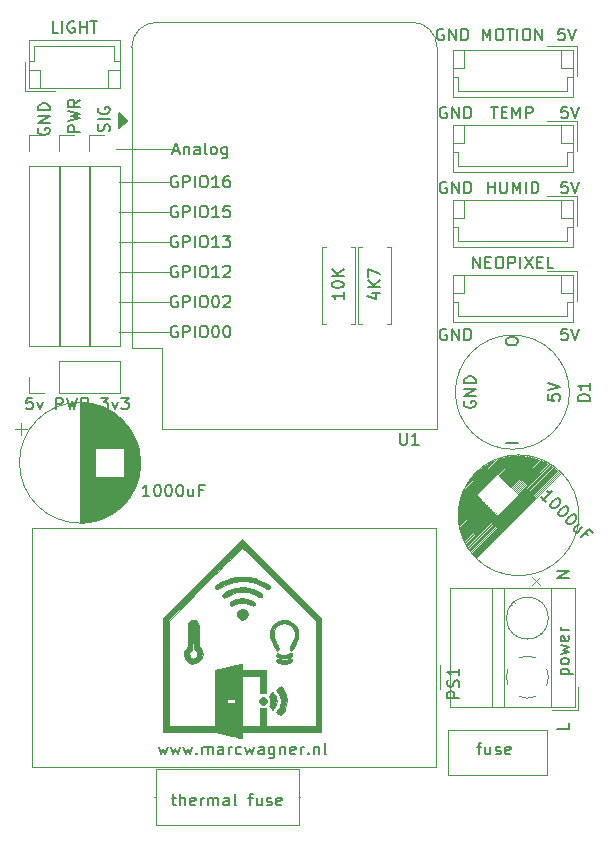
<source format=gto>
G04 #@! TF.GenerationSoftware,KiCad,Pcbnew,5.1.5+dfsg1-2build2*
G04 #@! TF.CreationDate,2020-05-08T13:19:40+02:00*
G04 #@! TF.ProjectId,powered multisensor,706f7765-7265-4642-906d-756c74697365,rev?*
G04 #@! TF.SameCoordinates,Original*
G04 #@! TF.FileFunction,Legend,Top*
G04 #@! TF.FilePolarity,Positive*
%FSLAX46Y46*%
G04 Gerber Fmt 4.6, Leading zero omitted, Abs format (unit mm)*
G04 Created by KiCad (PCBNEW 5.1.5+dfsg1-2build2) date 2020-05-08 13:19:40*
%MOMM*%
%LPD*%
G04 APERTURE LIST*
%ADD10C,0.150000*%
%ADD11C,0.120000*%
%ADD12C,0.010000*%
G04 APERTURE END LIST*
D10*
X99885523Y-49236380D02*
X99409333Y-49236380D01*
X99361714Y-49712571D01*
X99409333Y-49664952D01*
X99504571Y-49617333D01*
X99742666Y-49617333D01*
X99837904Y-49664952D01*
X99885523Y-49712571D01*
X99933142Y-49807809D01*
X99933142Y-50045904D01*
X99885523Y-50141142D01*
X99837904Y-50188761D01*
X99742666Y-50236380D01*
X99504571Y-50236380D01*
X99409333Y-50188761D01*
X99361714Y-50141142D01*
X100218857Y-49236380D02*
X100552190Y-50236380D01*
X100885523Y-49236380D01*
X89662095Y-49284000D02*
X89566857Y-49236380D01*
X89424000Y-49236380D01*
X89281142Y-49284000D01*
X89185904Y-49379238D01*
X89138285Y-49474476D01*
X89090666Y-49664952D01*
X89090666Y-49807809D01*
X89138285Y-49998285D01*
X89185904Y-50093523D01*
X89281142Y-50188761D01*
X89424000Y-50236380D01*
X89519238Y-50236380D01*
X89662095Y-50188761D01*
X89709714Y-50141142D01*
X89709714Y-49807809D01*
X89519238Y-49807809D01*
X90138285Y-50236380D02*
X90138285Y-49236380D01*
X90709714Y-50236380D01*
X90709714Y-49236380D01*
X91185904Y-50236380D02*
X91185904Y-49236380D01*
X91424000Y-49236380D01*
X91566857Y-49284000D01*
X91662095Y-49379238D01*
X91709714Y-49474476D01*
X91757333Y-49664952D01*
X91757333Y-49807809D01*
X91709714Y-49998285D01*
X91662095Y-50093523D01*
X91566857Y-50188761D01*
X91424000Y-50236380D01*
X91185904Y-50236380D01*
X99885523Y-36790380D02*
X99409333Y-36790380D01*
X99361714Y-37266571D01*
X99409333Y-37218952D01*
X99504571Y-37171333D01*
X99742666Y-37171333D01*
X99837904Y-37218952D01*
X99885523Y-37266571D01*
X99933142Y-37361809D01*
X99933142Y-37599904D01*
X99885523Y-37695142D01*
X99837904Y-37742761D01*
X99742666Y-37790380D01*
X99504571Y-37790380D01*
X99409333Y-37742761D01*
X99361714Y-37695142D01*
X100218857Y-36790380D02*
X100552190Y-37790380D01*
X100885523Y-36790380D01*
X89662095Y-36838000D02*
X89566857Y-36790380D01*
X89424000Y-36790380D01*
X89281142Y-36838000D01*
X89185904Y-36933238D01*
X89138285Y-37028476D01*
X89090666Y-37218952D01*
X89090666Y-37361809D01*
X89138285Y-37552285D01*
X89185904Y-37647523D01*
X89281142Y-37742761D01*
X89424000Y-37790380D01*
X89519238Y-37790380D01*
X89662095Y-37742761D01*
X89709714Y-37695142D01*
X89709714Y-37361809D01*
X89519238Y-37361809D01*
X90138285Y-37790380D02*
X90138285Y-36790380D01*
X90709714Y-37790380D01*
X90709714Y-36790380D01*
X91185904Y-37790380D02*
X91185904Y-36790380D01*
X91424000Y-36790380D01*
X91566857Y-36838000D01*
X91662095Y-36933238D01*
X91709714Y-37028476D01*
X91757333Y-37218952D01*
X91757333Y-37361809D01*
X91709714Y-37552285D01*
X91662095Y-37647523D01*
X91566857Y-37742761D01*
X91424000Y-37790380D01*
X91185904Y-37790380D01*
X99885523Y-30440380D02*
X99409333Y-30440380D01*
X99361714Y-30916571D01*
X99409333Y-30868952D01*
X99504571Y-30821333D01*
X99742666Y-30821333D01*
X99837904Y-30868952D01*
X99885523Y-30916571D01*
X99933142Y-31011809D01*
X99933142Y-31249904D01*
X99885523Y-31345142D01*
X99837904Y-31392761D01*
X99742666Y-31440380D01*
X99504571Y-31440380D01*
X99409333Y-31392761D01*
X99361714Y-31345142D01*
X100218857Y-30440380D02*
X100552190Y-31440380D01*
X100885523Y-30440380D01*
X89662095Y-30488000D02*
X89566857Y-30440380D01*
X89424000Y-30440380D01*
X89281142Y-30488000D01*
X89185904Y-30583238D01*
X89138285Y-30678476D01*
X89090666Y-30868952D01*
X89090666Y-31011809D01*
X89138285Y-31202285D01*
X89185904Y-31297523D01*
X89281142Y-31392761D01*
X89424000Y-31440380D01*
X89519238Y-31440380D01*
X89662095Y-31392761D01*
X89709714Y-31345142D01*
X89709714Y-31011809D01*
X89519238Y-31011809D01*
X90138285Y-31440380D02*
X90138285Y-30440380D01*
X90709714Y-31440380D01*
X90709714Y-30440380D01*
X91185904Y-31440380D02*
X91185904Y-30440380D01*
X91424000Y-30440380D01*
X91566857Y-30488000D01*
X91662095Y-30583238D01*
X91709714Y-30678476D01*
X91757333Y-30868952D01*
X91757333Y-31011809D01*
X91709714Y-31202285D01*
X91662095Y-31297523D01*
X91566857Y-31392761D01*
X91424000Y-31440380D01*
X91185904Y-31440380D01*
X89408095Y-23884000D02*
X89312857Y-23836380D01*
X89170000Y-23836380D01*
X89027142Y-23884000D01*
X88931904Y-23979238D01*
X88884285Y-24074476D01*
X88836666Y-24264952D01*
X88836666Y-24407809D01*
X88884285Y-24598285D01*
X88931904Y-24693523D01*
X89027142Y-24788761D01*
X89170000Y-24836380D01*
X89265238Y-24836380D01*
X89408095Y-24788761D01*
X89455714Y-24741142D01*
X89455714Y-24407809D01*
X89265238Y-24407809D01*
X89884285Y-24836380D02*
X89884285Y-23836380D01*
X90455714Y-24836380D01*
X90455714Y-23836380D01*
X90931904Y-24836380D02*
X90931904Y-23836380D01*
X91170000Y-23836380D01*
X91312857Y-23884000D01*
X91408095Y-23979238D01*
X91455714Y-24074476D01*
X91503333Y-24264952D01*
X91503333Y-24407809D01*
X91455714Y-24598285D01*
X91408095Y-24693523D01*
X91312857Y-24788761D01*
X91170000Y-24836380D01*
X90931904Y-24836380D01*
X99631523Y-23836380D02*
X99155333Y-23836380D01*
X99107714Y-24312571D01*
X99155333Y-24264952D01*
X99250571Y-24217333D01*
X99488666Y-24217333D01*
X99583904Y-24264952D01*
X99631523Y-24312571D01*
X99679142Y-24407809D01*
X99679142Y-24645904D01*
X99631523Y-24741142D01*
X99583904Y-24788761D01*
X99488666Y-24836380D01*
X99250571Y-24836380D01*
X99155333Y-24788761D01*
X99107714Y-24741142D01*
X99964857Y-23836380D02*
X100298190Y-24836380D01*
X100631523Y-23836380D01*
X65294761Y-84621714D02*
X65485238Y-85288380D01*
X65675714Y-84812190D01*
X65866190Y-85288380D01*
X66056666Y-84621714D01*
X66342380Y-84621714D02*
X66532857Y-85288380D01*
X66723333Y-84812190D01*
X66913809Y-85288380D01*
X67104285Y-84621714D01*
X67390000Y-84621714D02*
X67580476Y-85288380D01*
X67770952Y-84812190D01*
X67961428Y-85288380D01*
X68151904Y-84621714D01*
X68532857Y-85193142D02*
X68580476Y-85240761D01*
X68532857Y-85288380D01*
X68485238Y-85240761D01*
X68532857Y-85193142D01*
X68532857Y-85288380D01*
X69009047Y-85288380D02*
X69009047Y-84621714D01*
X69009047Y-84716952D02*
X69056666Y-84669333D01*
X69151904Y-84621714D01*
X69294761Y-84621714D01*
X69390000Y-84669333D01*
X69437619Y-84764571D01*
X69437619Y-85288380D01*
X69437619Y-84764571D02*
X69485238Y-84669333D01*
X69580476Y-84621714D01*
X69723333Y-84621714D01*
X69818571Y-84669333D01*
X69866190Y-84764571D01*
X69866190Y-85288380D01*
X70770952Y-85288380D02*
X70770952Y-84764571D01*
X70723333Y-84669333D01*
X70628095Y-84621714D01*
X70437619Y-84621714D01*
X70342380Y-84669333D01*
X70770952Y-85240761D02*
X70675714Y-85288380D01*
X70437619Y-85288380D01*
X70342380Y-85240761D01*
X70294761Y-85145523D01*
X70294761Y-85050285D01*
X70342380Y-84955047D01*
X70437619Y-84907428D01*
X70675714Y-84907428D01*
X70770952Y-84859809D01*
X71247142Y-85288380D02*
X71247142Y-84621714D01*
X71247142Y-84812190D02*
X71294761Y-84716952D01*
X71342380Y-84669333D01*
X71437619Y-84621714D01*
X71532857Y-84621714D01*
X72294761Y-85240761D02*
X72199523Y-85288380D01*
X72009047Y-85288380D01*
X71913809Y-85240761D01*
X71866190Y-85193142D01*
X71818571Y-85097904D01*
X71818571Y-84812190D01*
X71866190Y-84716952D01*
X71913809Y-84669333D01*
X72009047Y-84621714D01*
X72199523Y-84621714D01*
X72294761Y-84669333D01*
X72628095Y-84621714D02*
X72818571Y-85288380D01*
X73009047Y-84812190D01*
X73199523Y-85288380D01*
X73390000Y-84621714D01*
X74199523Y-85288380D02*
X74199523Y-84764571D01*
X74151904Y-84669333D01*
X74056666Y-84621714D01*
X73866190Y-84621714D01*
X73770952Y-84669333D01*
X74199523Y-85240761D02*
X74104285Y-85288380D01*
X73866190Y-85288380D01*
X73770952Y-85240761D01*
X73723333Y-85145523D01*
X73723333Y-85050285D01*
X73770952Y-84955047D01*
X73866190Y-84907428D01*
X74104285Y-84907428D01*
X74199523Y-84859809D01*
X75104285Y-84621714D02*
X75104285Y-85431238D01*
X75056666Y-85526476D01*
X75009047Y-85574095D01*
X74913809Y-85621714D01*
X74770952Y-85621714D01*
X74675714Y-85574095D01*
X75104285Y-85240761D02*
X75009047Y-85288380D01*
X74818571Y-85288380D01*
X74723333Y-85240761D01*
X74675714Y-85193142D01*
X74628095Y-85097904D01*
X74628095Y-84812190D01*
X74675714Y-84716952D01*
X74723333Y-84669333D01*
X74818571Y-84621714D01*
X75009047Y-84621714D01*
X75104285Y-84669333D01*
X75580476Y-84621714D02*
X75580476Y-85288380D01*
X75580476Y-84716952D02*
X75628095Y-84669333D01*
X75723333Y-84621714D01*
X75866190Y-84621714D01*
X75961428Y-84669333D01*
X76009047Y-84764571D01*
X76009047Y-85288380D01*
X76866190Y-85240761D02*
X76770952Y-85288380D01*
X76580476Y-85288380D01*
X76485238Y-85240761D01*
X76437619Y-85145523D01*
X76437619Y-84764571D01*
X76485238Y-84669333D01*
X76580476Y-84621714D01*
X76770952Y-84621714D01*
X76866190Y-84669333D01*
X76913809Y-84764571D01*
X76913809Y-84859809D01*
X76437619Y-84955047D01*
X77342380Y-85288380D02*
X77342380Y-84621714D01*
X77342380Y-84812190D02*
X77390000Y-84716952D01*
X77437619Y-84669333D01*
X77532857Y-84621714D01*
X77628095Y-84621714D01*
X77961428Y-85193142D02*
X78009047Y-85240761D01*
X77961428Y-85288380D01*
X77913809Y-85240761D01*
X77961428Y-85193142D01*
X77961428Y-85288380D01*
X78437619Y-84621714D02*
X78437619Y-85288380D01*
X78437619Y-84716952D02*
X78485238Y-84669333D01*
X78580476Y-84621714D01*
X78723333Y-84621714D01*
X78818571Y-84669333D01*
X78866190Y-84764571D01*
X78866190Y-85288380D01*
X79485238Y-85288380D02*
X79390000Y-85240761D01*
X79342380Y-85145523D01*
X79342380Y-84288380D01*
D11*
X66294000Y-49530000D02*
X61976000Y-49530000D01*
X66294000Y-46990000D02*
X61976000Y-46990000D01*
X66294000Y-44450000D02*
X61976000Y-44450000D01*
X66294000Y-41910000D02*
X61976000Y-41910000D01*
X66294000Y-39370000D02*
X61976000Y-39370000D01*
X66294000Y-36830000D02*
X61976000Y-36830000D01*
X66548000Y-34036000D02*
X61722000Y-34036000D01*
D10*
X66881619Y-49030000D02*
X66786380Y-48982380D01*
X66643523Y-48982380D01*
X66500666Y-49030000D01*
X66405428Y-49125238D01*
X66357809Y-49220476D01*
X66310190Y-49410952D01*
X66310190Y-49553809D01*
X66357809Y-49744285D01*
X66405428Y-49839523D01*
X66500666Y-49934761D01*
X66643523Y-49982380D01*
X66738761Y-49982380D01*
X66881619Y-49934761D01*
X66929238Y-49887142D01*
X66929238Y-49553809D01*
X66738761Y-49553809D01*
X67357809Y-49982380D02*
X67357809Y-48982380D01*
X67738761Y-48982380D01*
X67834000Y-49030000D01*
X67881619Y-49077619D01*
X67929238Y-49172857D01*
X67929238Y-49315714D01*
X67881619Y-49410952D01*
X67834000Y-49458571D01*
X67738761Y-49506190D01*
X67357809Y-49506190D01*
X68357809Y-49982380D02*
X68357809Y-48982380D01*
X69024476Y-48982380D02*
X69214952Y-48982380D01*
X69310190Y-49030000D01*
X69405428Y-49125238D01*
X69453047Y-49315714D01*
X69453047Y-49649047D01*
X69405428Y-49839523D01*
X69310190Y-49934761D01*
X69214952Y-49982380D01*
X69024476Y-49982380D01*
X68929238Y-49934761D01*
X68834000Y-49839523D01*
X68786380Y-49649047D01*
X68786380Y-49315714D01*
X68834000Y-49125238D01*
X68929238Y-49030000D01*
X69024476Y-48982380D01*
X70072095Y-48982380D02*
X70167333Y-48982380D01*
X70262571Y-49030000D01*
X70310190Y-49077619D01*
X70357809Y-49172857D01*
X70405428Y-49363333D01*
X70405428Y-49601428D01*
X70357809Y-49791904D01*
X70310190Y-49887142D01*
X70262571Y-49934761D01*
X70167333Y-49982380D01*
X70072095Y-49982380D01*
X69976857Y-49934761D01*
X69929238Y-49887142D01*
X69881619Y-49791904D01*
X69834000Y-49601428D01*
X69834000Y-49363333D01*
X69881619Y-49172857D01*
X69929238Y-49077619D01*
X69976857Y-49030000D01*
X70072095Y-48982380D01*
X71024476Y-48982380D02*
X71119714Y-48982380D01*
X71214952Y-49030000D01*
X71262571Y-49077619D01*
X71310190Y-49172857D01*
X71357809Y-49363333D01*
X71357809Y-49601428D01*
X71310190Y-49791904D01*
X71262571Y-49887142D01*
X71214952Y-49934761D01*
X71119714Y-49982380D01*
X71024476Y-49982380D01*
X70929238Y-49934761D01*
X70881619Y-49887142D01*
X70834000Y-49791904D01*
X70786380Y-49601428D01*
X70786380Y-49363333D01*
X70834000Y-49172857D01*
X70881619Y-49077619D01*
X70929238Y-49030000D01*
X71024476Y-48982380D01*
X66881619Y-46490000D02*
X66786380Y-46442380D01*
X66643523Y-46442380D01*
X66500666Y-46490000D01*
X66405428Y-46585238D01*
X66357809Y-46680476D01*
X66310190Y-46870952D01*
X66310190Y-47013809D01*
X66357809Y-47204285D01*
X66405428Y-47299523D01*
X66500666Y-47394761D01*
X66643523Y-47442380D01*
X66738761Y-47442380D01*
X66881619Y-47394761D01*
X66929238Y-47347142D01*
X66929238Y-47013809D01*
X66738761Y-47013809D01*
X67357809Y-47442380D02*
X67357809Y-46442380D01*
X67738761Y-46442380D01*
X67834000Y-46490000D01*
X67881619Y-46537619D01*
X67929238Y-46632857D01*
X67929238Y-46775714D01*
X67881619Y-46870952D01*
X67834000Y-46918571D01*
X67738761Y-46966190D01*
X67357809Y-46966190D01*
X68357809Y-47442380D02*
X68357809Y-46442380D01*
X69024476Y-46442380D02*
X69214952Y-46442380D01*
X69310190Y-46490000D01*
X69405428Y-46585238D01*
X69453047Y-46775714D01*
X69453047Y-47109047D01*
X69405428Y-47299523D01*
X69310190Y-47394761D01*
X69214952Y-47442380D01*
X69024476Y-47442380D01*
X68929238Y-47394761D01*
X68834000Y-47299523D01*
X68786380Y-47109047D01*
X68786380Y-46775714D01*
X68834000Y-46585238D01*
X68929238Y-46490000D01*
X69024476Y-46442380D01*
X70072095Y-46442380D02*
X70167333Y-46442380D01*
X70262571Y-46490000D01*
X70310190Y-46537619D01*
X70357809Y-46632857D01*
X70405428Y-46823333D01*
X70405428Y-47061428D01*
X70357809Y-47251904D01*
X70310190Y-47347142D01*
X70262571Y-47394761D01*
X70167333Y-47442380D01*
X70072095Y-47442380D01*
X69976857Y-47394761D01*
X69929238Y-47347142D01*
X69881619Y-47251904D01*
X69834000Y-47061428D01*
X69834000Y-46823333D01*
X69881619Y-46632857D01*
X69929238Y-46537619D01*
X69976857Y-46490000D01*
X70072095Y-46442380D01*
X70786380Y-46537619D02*
X70834000Y-46490000D01*
X70929238Y-46442380D01*
X71167333Y-46442380D01*
X71262571Y-46490000D01*
X71310190Y-46537619D01*
X71357809Y-46632857D01*
X71357809Y-46728095D01*
X71310190Y-46870952D01*
X70738761Y-47442380D01*
X71357809Y-47442380D01*
X66881619Y-43950000D02*
X66786380Y-43902380D01*
X66643523Y-43902380D01*
X66500666Y-43950000D01*
X66405428Y-44045238D01*
X66357809Y-44140476D01*
X66310190Y-44330952D01*
X66310190Y-44473809D01*
X66357809Y-44664285D01*
X66405428Y-44759523D01*
X66500666Y-44854761D01*
X66643523Y-44902380D01*
X66738761Y-44902380D01*
X66881619Y-44854761D01*
X66929238Y-44807142D01*
X66929238Y-44473809D01*
X66738761Y-44473809D01*
X67357809Y-44902380D02*
X67357809Y-43902380D01*
X67738761Y-43902380D01*
X67834000Y-43950000D01*
X67881619Y-43997619D01*
X67929238Y-44092857D01*
X67929238Y-44235714D01*
X67881619Y-44330952D01*
X67834000Y-44378571D01*
X67738761Y-44426190D01*
X67357809Y-44426190D01*
X68357809Y-44902380D02*
X68357809Y-43902380D01*
X69024476Y-43902380D02*
X69214952Y-43902380D01*
X69310190Y-43950000D01*
X69405428Y-44045238D01*
X69453047Y-44235714D01*
X69453047Y-44569047D01*
X69405428Y-44759523D01*
X69310190Y-44854761D01*
X69214952Y-44902380D01*
X69024476Y-44902380D01*
X68929238Y-44854761D01*
X68834000Y-44759523D01*
X68786380Y-44569047D01*
X68786380Y-44235714D01*
X68834000Y-44045238D01*
X68929238Y-43950000D01*
X69024476Y-43902380D01*
X70405428Y-44902380D02*
X69834000Y-44902380D01*
X70119714Y-44902380D02*
X70119714Y-43902380D01*
X70024476Y-44045238D01*
X69929238Y-44140476D01*
X69834000Y-44188095D01*
X70786380Y-43997619D02*
X70834000Y-43950000D01*
X70929238Y-43902380D01*
X71167333Y-43902380D01*
X71262571Y-43950000D01*
X71310190Y-43997619D01*
X71357809Y-44092857D01*
X71357809Y-44188095D01*
X71310190Y-44330952D01*
X70738761Y-44902380D01*
X71357809Y-44902380D01*
X66881619Y-41410000D02*
X66786380Y-41362380D01*
X66643523Y-41362380D01*
X66500666Y-41410000D01*
X66405428Y-41505238D01*
X66357809Y-41600476D01*
X66310190Y-41790952D01*
X66310190Y-41933809D01*
X66357809Y-42124285D01*
X66405428Y-42219523D01*
X66500666Y-42314761D01*
X66643523Y-42362380D01*
X66738761Y-42362380D01*
X66881619Y-42314761D01*
X66929238Y-42267142D01*
X66929238Y-41933809D01*
X66738761Y-41933809D01*
X67357809Y-42362380D02*
X67357809Y-41362380D01*
X67738761Y-41362380D01*
X67834000Y-41410000D01*
X67881619Y-41457619D01*
X67929238Y-41552857D01*
X67929238Y-41695714D01*
X67881619Y-41790952D01*
X67834000Y-41838571D01*
X67738761Y-41886190D01*
X67357809Y-41886190D01*
X68357809Y-42362380D02*
X68357809Y-41362380D01*
X69024476Y-41362380D02*
X69214952Y-41362380D01*
X69310190Y-41410000D01*
X69405428Y-41505238D01*
X69453047Y-41695714D01*
X69453047Y-42029047D01*
X69405428Y-42219523D01*
X69310190Y-42314761D01*
X69214952Y-42362380D01*
X69024476Y-42362380D01*
X68929238Y-42314761D01*
X68834000Y-42219523D01*
X68786380Y-42029047D01*
X68786380Y-41695714D01*
X68834000Y-41505238D01*
X68929238Y-41410000D01*
X69024476Y-41362380D01*
X70405428Y-42362380D02*
X69834000Y-42362380D01*
X70119714Y-42362380D02*
X70119714Y-41362380D01*
X70024476Y-41505238D01*
X69929238Y-41600476D01*
X69834000Y-41648095D01*
X70738761Y-41362380D02*
X71357809Y-41362380D01*
X71024476Y-41743333D01*
X71167333Y-41743333D01*
X71262571Y-41790952D01*
X71310190Y-41838571D01*
X71357809Y-41933809D01*
X71357809Y-42171904D01*
X71310190Y-42267142D01*
X71262571Y-42314761D01*
X71167333Y-42362380D01*
X70881619Y-42362380D01*
X70786380Y-42314761D01*
X70738761Y-42267142D01*
X66881619Y-38870000D02*
X66786380Y-38822380D01*
X66643523Y-38822380D01*
X66500666Y-38870000D01*
X66405428Y-38965238D01*
X66357809Y-39060476D01*
X66310190Y-39250952D01*
X66310190Y-39393809D01*
X66357809Y-39584285D01*
X66405428Y-39679523D01*
X66500666Y-39774761D01*
X66643523Y-39822380D01*
X66738761Y-39822380D01*
X66881619Y-39774761D01*
X66929238Y-39727142D01*
X66929238Y-39393809D01*
X66738761Y-39393809D01*
X67357809Y-39822380D02*
X67357809Y-38822380D01*
X67738761Y-38822380D01*
X67834000Y-38870000D01*
X67881619Y-38917619D01*
X67929238Y-39012857D01*
X67929238Y-39155714D01*
X67881619Y-39250952D01*
X67834000Y-39298571D01*
X67738761Y-39346190D01*
X67357809Y-39346190D01*
X68357809Y-39822380D02*
X68357809Y-38822380D01*
X69024476Y-38822380D02*
X69214952Y-38822380D01*
X69310190Y-38870000D01*
X69405428Y-38965238D01*
X69453047Y-39155714D01*
X69453047Y-39489047D01*
X69405428Y-39679523D01*
X69310190Y-39774761D01*
X69214952Y-39822380D01*
X69024476Y-39822380D01*
X68929238Y-39774761D01*
X68834000Y-39679523D01*
X68786380Y-39489047D01*
X68786380Y-39155714D01*
X68834000Y-38965238D01*
X68929238Y-38870000D01*
X69024476Y-38822380D01*
X70405428Y-39822380D02*
X69834000Y-39822380D01*
X70119714Y-39822380D02*
X70119714Y-38822380D01*
X70024476Y-38965238D01*
X69929238Y-39060476D01*
X69834000Y-39108095D01*
X71310190Y-38822380D02*
X70834000Y-38822380D01*
X70786380Y-39298571D01*
X70834000Y-39250952D01*
X70929238Y-39203333D01*
X71167333Y-39203333D01*
X71262571Y-39250952D01*
X71310190Y-39298571D01*
X71357809Y-39393809D01*
X71357809Y-39631904D01*
X71310190Y-39727142D01*
X71262571Y-39774761D01*
X71167333Y-39822380D01*
X70929238Y-39822380D01*
X70834000Y-39774761D01*
X70786380Y-39727142D01*
X66881619Y-36330000D02*
X66786380Y-36282380D01*
X66643523Y-36282380D01*
X66500666Y-36330000D01*
X66405428Y-36425238D01*
X66357809Y-36520476D01*
X66310190Y-36710952D01*
X66310190Y-36853809D01*
X66357809Y-37044285D01*
X66405428Y-37139523D01*
X66500666Y-37234761D01*
X66643523Y-37282380D01*
X66738761Y-37282380D01*
X66881619Y-37234761D01*
X66929238Y-37187142D01*
X66929238Y-36853809D01*
X66738761Y-36853809D01*
X67357809Y-37282380D02*
X67357809Y-36282380D01*
X67738761Y-36282380D01*
X67834000Y-36330000D01*
X67881619Y-36377619D01*
X67929238Y-36472857D01*
X67929238Y-36615714D01*
X67881619Y-36710952D01*
X67834000Y-36758571D01*
X67738761Y-36806190D01*
X67357809Y-36806190D01*
X68357809Y-37282380D02*
X68357809Y-36282380D01*
X69024476Y-36282380D02*
X69214952Y-36282380D01*
X69310190Y-36330000D01*
X69405428Y-36425238D01*
X69453047Y-36615714D01*
X69453047Y-36949047D01*
X69405428Y-37139523D01*
X69310190Y-37234761D01*
X69214952Y-37282380D01*
X69024476Y-37282380D01*
X68929238Y-37234761D01*
X68834000Y-37139523D01*
X68786380Y-36949047D01*
X68786380Y-36615714D01*
X68834000Y-36425238D01*
X68929238Y-36330000D01*
X69024476Y-36282380D01*
X70405428Y-37282380D02*
X69834000Y-37282380D01*
X70119714Y-37282380D02*
X70119714Y-36282380D01*
X70024476Y-36425238D01*
X69929238Y-36520476D01*
X69834000Y-36568095D01*
X71262571Y-36282380D02*
X71072095Y-36282380D01*
X70976857Y-36330000D01*
X70929238Y-36377619D01*
X70834000Y-36520476D01*
X70786380Y-36710952D01*
X70786380Y-37091904D01*
X70834000Y-37187142D01*
X70881619Y-37234761D01*
X70976857Y-37282380D01*
X71167333Y-37282380D01*
X71262571Y-37234761D01*
X71310190Y-37187142D01*
X71357809Y-37091904D01*
X71357809Y-36853809D01*
X71310190Y-36758571D01*
X71262571Y-36710952D01*
X71167333Y-36663333D01*
X70976857Y-36663333D01*
X70881619Y-36710952D01*
X70834000Y-36758571D01*
X70786380Y-36853809D01*
X66524476Y-34202666D02*
X67000666Y-34202666D01*
X66429238Y-34488380D02*
X66762571Y-33488380D01*
X67095904Y-34488380D01*
X67429238Y-33821714D02*
X67429238Y-34488380D01*
X67429238Y-33916952D02*
X67476857Y-33869333D01*
X67572095Y-33821714D01*
X67714952Y-33821714D01*
X67810190Y-33869333D01*
X67857809Y-33964571D01*
X67857809Y-34488380D01*
X68762571Y-34488380D02*
X68762571Y-33964571D01*
X68714952Y-33869333D01*
X68619714Y-33821714D01*
X68429238Y-33821714D01*
X68334000Y-33869333D01*
X68762571Y-34440761D02*
X68667333Y-34488380D01*
X68429238Y-34488380D01*
X68334000Y-34440761D01*
X68286380Y-34345523D01*
X68286380Y-34250285D01*
X68334000Y-34155047D01*
X68429238Y-34107428D01*
X68667333Y-34107428D01*
X68762571Y-34059809D01*
X69381619Y-34488380D02*
X69286380Y-34440761D01*
X69238761Y-34345523D01*
X69238761Y-33488380D01*
X69905428Y-34488380D02*
X69810190Y-34440761D01*
X69762571Y-34393142D01*
X69714952Y-34297904D01*
X69714952Y-34012190D01*
X69762571Y-33916952D01*
X69810190Y-33869333D01*
X69905428Y-33821714D01*
X70048285Y-33821714D01*
X70143523Y-33869333D01*
X70191142Y-33916952D01*
X70238761Y-34012190D01*
X70238761Y-34297904D01*
X70191142Y-34393142D01*
X70143523Y-34440761D01*
X70048285Y-34488380D01*
X69905428Y-34488380D01*
X71095904Y-33821714D02*
X71095904Y-34631238D01*
X71048285Y-34726476D01*
X71000666Y-34774095D01*
X70905428Y-34821714D01*
X70762571Y-34821714D01*
X70667333Y-34774095D01*
X71095904Y-34440761D02*
X71000666Y-34488380D01*
X70810190Y-34488380D01*
X70714952Y-34440761D01*
X70667333Y-34393142D01*
X70619714Y-34297904D01*
X70619714Y-34012190D01*
X70667333Y-33916952D01*
X70714952Y-33869333D01*
X70810190Y-33821714D01*
X71000666Y-33821714D01*
X71095904Y-33869333D01*
D11*
X100082680Y-54610000D02*
G75*
G03X100082680Y-54610000I-4832680J0D01*
G01*
D12*
G36*
X72768534Y-70262471D02*
G01*
X73076055Y-70292845D01*
X73279000Y-70330575D01*
X73453432Y-70383216D01*
X73665290Y-70462340D01*
X73896034Y-70559310D01*
X74127126Y-70665491D01*
X74340025Y-70772246D01*
X74516193Y-70870938D01*
X74637091Y-70952930D01*
X74661440Y-70974591D01*
X74728559Y-71057783D01*
X74734396Y-71125908D01*
X74720019Y-71159183D01*
X74655451Y-71239890D01*
X74568355Y-71266878D01*
X74446427Y-71239247D01*
X74277357Y-71156099D01*
X74219692Y-71122626D01*
X73737682Y-70882733D01*
X73233342Y-70718635D01*
X72716100Y-70630134D01*
X72195387Y-70617034D01*
X71680631Y-70679136D01*
X71181263Y-70816243D01*
X70706711Y-71028158D01*
X70421500Y-71202183D01*
X70311788Y-71267966D01*
X70232585Y-71282971D01*
X70150560Y-71252032D01*
X70135750Y-71243609D01*
X70071341Y-71165122D01*
X70071335Y-71059292D01*
X70132723Y-70950008D01*
X70178084Y-70907241D01*
X70317801Y-70815338D01*
X70515769Y-70708985D01*
X70749208Y-70598283D01*
X70995338Y-70493333D01*
X71231382Y-70404236D01*
X71434559Y-70341091D01*
X71479834Y-70330026D01*
X71755974Y-70284763D01*
X72081080Y-70258421D01*
X72427738Y-70250993D01*
X72768534Y-70262471D01*
G37*
X72768534Y-70262471D02*
X73076055Y-70292845D01*
X73279000Y-70330575D01*
X73453432Y-70383216D01*
X73665290Y-70462340D01*
X73896034Y-70559310D01*
X74127126Y-70665491D01*
X74340025Y-70772246D01*
X74516193Y-70870938D01*
X74637091Y-70952930D01*
X74661440Y-70974591D01*
X74728559Y-71057783D01*
X74734396Y-71125908D01*
X74720019Y-71159183D01*
X74655451Y-71239890D01*
X74568355Y-71266878D01*
X74446427Y-71239247D01*
X74277357Y-71156099D01*
X74219692Y-71122626D01*
X73737682Y-70882733D01*
X73233342Y-70718635D01*
X72716100Y-70630134D01*
X72195387Y-70617034D01*
X71680631Y-70679136D01*
X71181263Y-70816243D01*
X70706711Y-71028158D01*
X70421500Y-71202183D01*
X70311788Y-71267966D01*
X70232585Y-71282971D01*
X70150560Y-71252032D01*
X70135750Y-71243609D01*
X70071341Y-71165122D01*
X70071335Y-71059292D01*
X70132723Y-70950008D01*
X70178084Y-70907241D01*
X70317801Y-70815338D01*
X70515769Y-70708985D01*
X70749208Y-70598283D01*
X70995338Y-70493333D01*
X71231382Y-70404236D01*
X71434559Y-70341091D01*
X71479834Y-70330026D01*
X71755974Y-70284763D01*
X72081080Y-70258421D01*
X72427738Y-70250993D01*
X72768534Y-70262471D01*
G36*
X72521559Y-71138174D02*
G01*
X72559334Y-71141286D01*
X72880534Y-71190147D01*
X73205619Y-71272584D01*
X73513104Y-71380894D01*
X73781501Y-71507374D01*
X73989327Y-71644318D01*
X74009250Y-71661155D01*
X74074441Y-71761183D01*
X74074532Y-71869303D01*
X74011946Y-71955504D01*
X73984211Y-71971312D01*
X73913524Y-71990284D01*
X73834636Y-71974083D01*
X73721766Y-71915793D01*
X73677294Y-71888985D01*
X73263767Y-71681736D01*
X72836831Y-71557229D01*
X72401447Y-71515554D01*
X71962576Y-71556802D01*
X71525181Y-71681065D01*
X71174911Y-71842891D01*
X71032629Y-71919470D01*
X70921776Y-71977383D01*
X70860822Y-72007042D01*
X70854919Y-72009000D01*
X70813122Y-71987192D01*
X70764238Y-71953712D01*
X70697629Y-71868883D01*
X70704823Y-71773280D01*
X70776310Y-71671207D01*
X70902580Y-71566967D01*
X71074124Y-71464865D01*
X71281430Y-71369205D01*
X71514990Y-71284291D01*
X71765293Y-71214427D01*
X72022829Y-71163917D01*
X72278087Y-71137064D01*
X72521559Y-71138174D01*
G37*
X72521559Y-71138174D02*
X72559334Y-71141286D01*
X72880534Y-71190147D01*
X73205619Y-71272584D01*
X73513104Y-71380894D01*
X73781501Y-71507374D01*
X73989327Y-71644318D01*
X74009250Y-71661155D01*
X74074441Y-71761183D01*
X74074532Y-71869303D01*
X74011946Y-71955504D01*
X73984211Y-71971312D01*
X73913524Y-71990284D01*
X73834636Y-71974083D01*
X73721766Y-71915793D01*
X73677294Y-71888985D01*
X73263767Y-71681736D01*
X72836831Y-71557229D01*
X72401447Y-71515554D01*
X71962576Y-71556802D01*
X71525181Y-71681065D01*
X71174911Y-71842891D01*
X71032629Y-71919470D01*
X70921776Y-71977383D01*
X70860822Y-72007042D01*
X70854919Y-72009000D01*
X70813122Y-71987192D01*
X70764238Y-71953712D01*
X70697629Y-71868883D01*
X70704823Y-71773280D01*
X70776310Y-71671207D01*
X70902580Y-71566967D01*
X71074124Y-71464865D01*
X71281430Y-71369205D01*
X71514990Y-71284291D01*
X71765293Y-71214427D01*
X72022829Y-71163917D01*
X72278087Y-71137064D01*
X72521559Y-71138174D01*
G36*
X72710154Y-72091786D02*
G01*
X73073331Y-72202543D01*
X73180312Y-72252445D01*
X73314202Y-72324089D01*
X73388388Y-72379647D01*
X73420248Y-72438056D01*
X73427163Y-72518253D01*
X73427167Y-72521415D01*
X73417382Y-72621696D01*
X73375279Y-72665839D01*
X73318364Y-72677827D01*
X73222307Y-72665833D01*
X73087101Y-72621677D01*
X72979697Y-72573376D01*
X72847175Y-72512486D01*
X72725053Y-72476706D01*
X72581467Y-72459632D01*
X72390000Y-72454882D01*
X72194554Y-72458352D01*
X72051135Y-72474706D01*
X71927362Y-72510184D01*
X71793114Y-72569917D01*
X71604628Y-72651530D01*
X71471138Y-72681084D01*
X71381474Y-72659349D01*
X71331667Y-72601667D01*
X71309233Y-72500097D01*
X71358600Y-72403523D01*
X71484400Y-72305803D01*
X71602914Y-72241897D01*
X71962738Y-72111382D01*
X72335888Y-72061372D01*
X72710154Y-72091786D01*
G37*
X72710154Y-72091786D02*
X73073331Y-72202543D01*
X73180312Y-72252445D01*
X73314202Y-72324089D01*
X73388388Y-72379647D01*
X73420248Y-72438056D01*
X73427163Y-72518253D01*
X73427167Y-72521415D01*
X73417382Y-72621696D01*
X73375279Y-72665839D01*
X73318364Y-72677827D01*
X73222307Y-72665833D01*
X73087101Y-72621677D01*
X72979697Y-72573376D01*
X72847175Y-72512486D01*
X72725053Y-72476706D01*
X72581467Y-72459632D01*
X72390000Y-72454882D01*
X72194554Y-72458352D01*
X72051135Y-72474706D01*
X71927362Y-72510184D01*
X71793114Y-72569917D01*
X71604628Y-72651530D01*
X71471138Y-72681084D01*
X71381474Y-72659349D01*
X71331667Y-72601667D01*
X71309233Y-72500097D01*
X71358600Y-72403523D01*
X71484400Y-72305803D01*
X71602914Y-72241897D01*
X71962738Y-72111382D01*
X72335888Y-72061372D01*
X72710154Y-72091786D01*
G36*
X72540582Y-72995792D02*
G01*
X72644079Y-73043458D01*
X72699042Y-73091587D01*
X72804389Y-73246925D01*
X72837290Y-73413892D01*
X72805186Y-73576071D01*
X72715516Y-73717044D01*
X72575722Y-73820392D01*
X72393242Y-73869697D01*
X72345536Y-73871667D01*
X72219683Y-73843191D01*
X72090850Y-73749674D01*
X72068267Y-73727734D01*
X71957765Y-73568857D01*
X71921925Y-73402971D01*
X71953847Y-73245792D01*
X72046635Y-73113040D01*
X72193392Y-73020433D01*
X72387218Y-72983689D01*
X72394811Y-72983608D01*
X72540582Y-72995792D01*
G37*
X72540582Y-72995792D02*
X72644079Y-73043458D01*
X72699042Y-73091587D01*
X72804389Y-73246925D01*
X72837290Y-73413892D01*
X72805186Y-73576071D01*
X72715516Y-73717044D01*
X72575722Y-73820392D01*
X72393242Y-73869697D01*
X72345536Y-73871667D01*
X72219683Y-73843191D01*
X72090850Y-73749674D01*
X72068267Y-73727734D01*
X71957765Y-73568857D01*
X71921925Y-73402971D01*
X71953847Y-73245792D01*
X72046635Y-73113040D01*
X72193392Y-73020433D01*
X72387218Y-72983689D01*
X72394811Y-72983608D01*
X72540582Y-72995792D01*
G36*
X76278121Y-73938189D02*
G01*
X76542790Y-74058659D01*
X76782641Y-74249002D01*
X76941124Y-74440856D01*
X77020596Y-74559431D01*
X77070194Y-74651839D01*
X77096957Y-74744568D01*
X77107930Y-74864105D01*
X77110153Y-75036940D01*
X77110167Y-75076710D01*
X77108491Y-75254719D01*
X77098872Y-75386940D01*
X77074421Y-75500724D01*
X77028252Y-75623422D01*
X76953476Y-75782385D01*
X76910635Y-75869056D01*
X76822594Y-76048934D01*
X76745009Y-76212031D01*
X76688262Y-76336283D01*
X76667150Y-76386599D01*
X76613011Y-76472721D01*
X76533611Y-76488871D01*
X76532339Y-76488686D01*
X76445038Y-76464040D01*
X76398522Y-76415030D01*
X76393489Y-76331085D01*
X76430637Y-76201628D01*
X76510663Y-76016087D01*
X76571911Y-75888935D01*
X76663877Y-75694076D01*
X76744268Y-75509064D01*
X76803405Y-75357058D01*
X76829288Y-75273112D01*
X76844552Y-75022151D01*
X76786180Y-74773106D01*
X76662878Y-74547603D01*
X76483353Y-74367265D01*
X76457182Y-74348834D01*
X76202366Y-74223502D01*
X75938612Y-74180920D01*
X75674817Y-74221074D01*
X75419876Y-74343953D01*
X75410360Y-74350337D01*
X75220568Y-74514531D01*
X75100697Y-74708754D01*
X75043375Y-74947746D01*
X75035834Y-75099334D01*
X75039399Y-75226196D01*
X75054636Y-75335612D01*
X75088360Y-75449351D01*
X75147382Y-75589181D01*
X75238518Y-75776869D01*
X75263441Y-75826522D01*
X75367913Y-76041742D01*
X75433295Y-76197309D01*
X75464182Y-76306097D01*
X75465172Y-76380978D01*
X75463718Y-76387438D01*
X75410749Y-76472308D01*
X75328757Y-76496928D01*
X75248460Y-76453598D01*
X75240361Y-76443417D01*
X75208143Y-76386456D01*
X75148304Y-76269442D01*
X75069153Y-76108988D01*
X74979000Y-75921703D01*
X74971509Y-75905950D01*
X74869018Y-75683579D01*
X74799983Y-75513625D01*
X74757376Y-75374143D01*
X74734174Y-75243186D01*
X74725238Y-75136621D01*
X74722142Y-74955971D01*
X74742125Y-74816358D01*
X74792610Y-74675614D01*
X74815061Y-74626338D01*
X74986340Y-74348707D01*
X75202029Y-74134910D01*
X75450589Y-73985953D01*
X75720483Y-73902843D01*
X76000173Y-73886586D01*
X76278121Y-73938189D01*
G37*
X76278121Y-73938189D02*
X76542790Y-74058659D01*
X76782641Y-74249002D01*
X76941124Y-74440856D01*
X77020596Y-74559431D01*
X77070194Y-74651839D01*
X77096957Y-74744568D01*
X77107930Y-74864105D01*
X77110153Y-75036940D01*
X77110167Y-75076710D01*
X77108491Y-75254719D01*
X77098872Y-75386940D01*
X77074421Y-75500724D01*
X77028252Y-75623422D01*
X76953476Y-75782385D01*
X76910635Y-75869056D01*
X76822594Y-76048934D01*
X76745009Y-76212031D01*
X76688262Y-76336283D01*
X76667150Y-76386599D01*
X76613011Y-76472721D01*
X76533611Y-76488871D01*
X76532339Y-76488686D01*
X76445038Y-76464040D01*
X76398522Y-76415030D01*
X76393489Y-76331085D01*
X76430637Y-76201628D01*
X76510663Y-76016087D01*
X76571911Y-75888935D01*
X76663877Y-75694076D01*
X76744268Y-75509064D01*
X76803405Y-75357058D01*
X76829288Y-75273112D01*
X76844552Y-75022151D01*
X76786180Y-74773106D01*
X76662878Y-74547603D01*
X76483353Y-74367265D01*
X76457182Y-74348834D01*
X76202366Y-74223502D01*
X75938612Y-74180920D01*
X75674817Y-74221074D01*
X75419876Y-74343953D01*
X75410360Y-74350337D01*
X75220568Y-74514531D01*
X75100697Y-74708754D01*
X75043375Y-74947746D01*
X75035834Y-75099334D01*
X75039399Y-75226196D01*
X75054636Y-75335612D01*
X75088360Y-75449351D01*
X75147382Y-75589181D01*
X75238518Y-75776869D01*
X75263441Y-75826522D01*
X75367913Y-76041742D01*
X75433295Y-76197309D01*
X75464182Y-76306097D01*
X75465172Y-76380978D01*
X75463718Y-76387438D01*
X75410749Y-76472308D01*
X75328757Y-76496928D01*
X75248460Y-76453598D01*
X75240361Y-76443417D01*
X75208143Y-76386456D01*
X75148304Y-76269442D01*
X75069153Y-76108988D01*
X74979000Y-75921703D01*
X74971509Y-75905950D01*
X74869018Y-75683579D01*
X74799983Y-75513625D01*
X74757376Y-75374143D01*
X74734174Y-75243186D01*
X74725238Y-75136621D01*
X74722142Y-74955971D01*
X74742125Y-74816358D01*
X74792610Y-74675614D01*
X74815061Y-74626338D01*
X74986340Y-74348707D01*
X75202029Y-74134910D01*
X75450589Y-73985953D01*
X75720483Y-73902843D01*
X76000173Y-73886586D01*
X76278121Y-73938189D01*
G36*
X75427139Y-76731450D02*
G01*
X75511009Y-76767509D01*
X75781484Y-76855138D01*
X76048023Y-76858196D01*
X76275223Y-76792693D01*
X76444746Y-76733145D01*
X76554922Y-76728319D01*
X76611865Y-76779242D01*
X76623334Y-76851062D01*
X76584115Y-76946295D01*
X76478034Y-77028699D01*
X76322452Y-77094085D01*
X76134732Y-77138265D01*
X75932235Y-77157050D01*
X75732323Y-77146252D01*
X75565000Y-77106369D01*
X75375127Y-77021783D01*
X75263054Y-76933682D01*
X75230935Y-76844885D01*
X75280922Y-76758213D01*
X75291867Y-76748646D01*
X75350319Y-76719233D01*
X75427139Y-76731450D01*
G37*
X75427139Y-76731450D02*
X75511009Y-76767509D01*
X75781484Y-76855138D01*
X76048023Y-76858196D01*
X76275223Y-76792693D01*
X76444746Y-76733145D01*
X76554922Y-76728319D01*
X76611865Y-76779242D01*
X76623334Y-76851062D01*
X76584115Y-76946295D01*
X76478034Y-77028699D01*
X76322452Y-77094085D01*
X76134732Y-77138265D01*
X75932235Y-77157050D01*
X75732323Y-77146252D01*
X75565000Y-77106369D01*
X75375127Y-77021783D01*
X75263054Y-76933682D01*
X75230935Y-76844885D01*
X75280922Y-76758213D01*
X75291867Y-76748646D01*
X75350319Y-76719233D01*
X75427139Y-76731450D01*
G36*
X76558978Y-77188973D02*
G01*
X76620640Y-77267964D01*
X76609147Y-77351422D01*
X76535243Y-77432434D01*
X76409670Y-77504087D01*
X76243172Y-77559470D01*
X76046492Y-77591670D01*
X75924834Y-77597000D01*
X75716584Y-77586861D01*
X75554883Y-77551736D01*
X75436387Y-77501750D01*
X75316069Y-77430659D01*
X75259242Y-77364082D01*
X75247500Y-77300667D01*
X75278384Y-77212122D01*
X75363858Y-77179531D01*
X75493154Y-77205027D01*
X75565880Y-77237622D01*
X75745391Y-77292822D01*
X75960838Y-77304327D01*
X76176123Y-77272938D01*
X76317300Y-77220949D01*
X76431466Y-77170085D01*
X76504457Y-77162353D01*
X76558978Y-77188973D01*
G37*
X76558978Y-77188973D02*
X76620640Y-77267964D01*
X76609147Y-77351422D01*
X76535243Y-77432434D01*
X76409670Y-77504087D01*
X76243172Y-77559470D01*
X76046492Y-77591670D01*
X75924834Y-77597000D01*
X75716584Y-77586861D01*
X75554883Y-77551736D01*
X75436387Y-77501750D01*
X75316069Y-77430659D01*
X75259242Y-77364082D01*
X75247500Y-77300667D01*
X75278384Y-77212122D01*
X75363858Y-77179531D01*
X75493154Y-77205027D01*
X75565880Y-77237622D01*
X75745391Y-77292822D01*
X75960838Y-77304327D01*
X76176123Y-77272938D01*
X76317300Y-77220949D01*
X76431466Y-77170085D01*
X76504457Y-77162353D01*
X76558978Y-77188973D01*
G36*
X68316779Y-73899896D02*
G01*
X68418077Y-73941440D01*
X68506339Y-73998665D01*
X68574676Y-74063325D01*
X68625598Y-74146503D01*
X68661619Y-74259277D01*
X68685251Y-74412728D01*
X68699006Y-74617935D01*
X68705396Y-74885980D01*
X68706934Y-75215384D01*
X68707000Y-76114601D01*
X68851092Y-76303371D01*
X68980357Y-76534069D01*
X69030420Y-76775155D01*
X69001516Y-77014109D01*
X68893881Y-77238414D01*
X68831961Y-77317688D01*
X68632619Y-77486889D01*
X68405770Y-77580547D01*
X68164734Y-77596698D01*
X67922829Y-77533376D01*
X67802814Y-77469469D01*
X67619709Y-77308215D01*
X67498572Y-77106692D01*
X67441229Y-76882101D01*
X67443464Y-76819882D01*
X67860366Y-76819882D01*
X67912807Y-76974296D01*
X67928363Y-76997954D01*
X68056866Y-77120383D01*
X68210696Y-77163036D01*
X68382125Y-77124085D01*
X68408179Y-77111453D01*
X68522483Y-77010399D01*
X68580988Y-76870854D01*
X68584276Y-76717334D01*
X68532929Y-76574355D01*
X68427528Y-76466432D01*
X68392425Y-76447630D01*
X68285118Y-76398738D01*
X68273809Y-75367993D01*
X68268370Y-75027825D01*
X68260336Y-74748224D01*
X68250000Y-74534884D01*
X68237655Y-74393503D01*
X68223596Y-74329777D01*
X68220167Y-74326707D01*
X68205266Y-74364507D01*
X68192326Y-74483445D01*
X68181532Y-74680010D01*
X68173070Y-74950692D01*
X68167123Y-75291981D01*
X68166489Y-75346310D01*
X68155145Y-76376454D01*
X68007739Y-76515476D01*
X67892136Y-76666180D01*
X67860366Y-76819882D01*
X67443464Y-76819882D01*
X67449509Y-76651646D01*
X67525239Y-76432529D01*
X67670245Y-76241953D01*
X67672219Y-76240093D01*
X67775667Y-76142908D01*
X67775667Y-75192201D01*
X67776129Y-74882174D01*
X67778156Y-74644854D01*
X67782707Y-74468283D01*
X67790739Y-74340504D01*
X67803213Y-74249560D01*
X67821087Y-74183492D01*
X67845321Y-74130343D01*
X67863282Y-74099730D01*
X67989486Y-73963583D01*
X68147201Y-73895103D01*
X68316779Y-73899896D01*
G37*
X68316779Y-73899896D02*
X68418077Y-73941440D01*
X68506339Y-73998665D01*
X68574676Y-74063325D01*
X68625598Y-74146503D01*
X68661619Y-74259277D01*
X68685251Y-74412728D01*
X68699006Y-74617935D01*
X68705396Y-74885980D01*
X68706934Y-75215384D01*
X68707000Y-76114601D01*
X68851092Y-76303371D01*
X68980357Y-76534069D01*
X69030420Y-76775155D01*
X69001516Y-77014109D01*
X68893881Y-77238414D01*
X68831961Y-77317688D01*
X68632619Y-77486889D01*
X68405770Y-77580547D01*
X68164734Y-77596698D01*
X67922829Y-77533376D01*
X67802814Y-77469469D01*
X67619709Y-77308215D01*
X67498572Y-77106692D01*
X67441229Y-76882101D01*
X67443464Y-76819882D01*
X67860366Y-76819882D01*
X67912807Y-76974296D01*
X67928363Y-76997954D01*
X68056866Y-77120383D01*
X68210696Y-77163036D01*
X68382125Y-77124085D01*
X68408179Y-77111453D01*
X68522483Y-77010399D01*
X68580988Y-76870854D01*
X68584276Y-76717334D01*
X68532929Y-76574355D01*
X68427528Y-76466432D01*
X68392425Y-76447630D01*
X68285118Y-76398738D01*
X68273809Y-75367993D01*
X68268370Y-75027825D01*
X68260336Y-74748224D01*
X68250000Y-74534884D01*
X68237655Y-74393503D01*
X68223596Y-74329777D01*
X68220167Y-74326707D01*
X68205266Y-74364507D01*
X68192326Y-74483445D01*
X68181532Y-74680010D01*
X68173070Y-74950692D01*
X68167123Y-75291981D01*
X68166489Y-75346310D01*
X68155145Y-76376454D01*
X68007739Y-76515476D01*
X67892136Y-76666180D01*
X67860366Y-76819882D01*
X67443464Y-76819882D01*
X67449509Y-76651646D01*
X67525239Y-76432529D01*
X67670245Y-76241953D01*
X67672219Y-76240093D01*
X67775667Y-76142908D01*
X67775667Y-75192201D01*
X67776129Y-74882174D01*
X67778156Y-74644854D01*
X67782707Y-74468283D01*
X67790739Y-74340504D01*
X67803213Y-74249560D01*
X67821087Y-74183492D01*
X67845321Y-74130343D01*
X67863282Y-74099730D01*
X67989486Y-73963583D01*
X68147201Y-73895103D01*
X68316779Y-73899896D01*
G36*
X74215211Y-80455571D02*
G01*
X74334993Y-80518892D01*
X74410392Y-80630308D01*
X74437670Y-80764725D01*
X74413089Y-80897048D01*
X74332909Y-81002183D01*
X74299810Y-81023426D01*
X74141354Y-81069208D01*
X73990390Y-81044486D01*
X73874739Y-80956791D01*
X73804636Y-80845584D01*
X73794613Y-80744889D01*
X73842172Y-80618989D01*
X73850036Y-80603565D01*
X73945275Y-80487091D01*
X74078151Y-80442503D01*
X74215211Y-80455571D01*
G37*
X74215211Y-80455571D02*
X74334993Y-80518892D01*
X74410392Y-80630308D01*
X74437670Y-80764725D01*
X74413089Y-80897048D01*
X74332909Y-81002183D01*
X74299810Y-81023426D01*
X74141354Y-81069208D01*
X73990390Y-81044486D01*
X73874739Y-80956791D01*
X73804636Y-80845584D01*
X73794613Y-80744889D01*
X73842172Y-80618989D01*
X73850036Y-80603565D01*
X73945275Y-80487091D01*
X74078151Y-80442503D01*
X74215211Y-80455571D01*
G36*
X75015318Y-80059896D02*
G01*
X75089415Y-80154725D01*
X75155220Y-80260234D01*
X75235899Y-80423786D01*
X75274690Y-80571768D01*
X75284542Y-80749055D01*
X75258966Y-80984885D01*
X75189153Y-81209083D01*
X75085470Y-81393448D01*
X75021561Y-81464261D01*
X74973745Y-81498534D01*
X74927581Y-81494856D01*
X74862145Y-81444484D01*
X74780870Y-81363680D01*
X74615816Y-81194650D01*
X74694839Y-81060875D01*
X74753771Y-80898528D01*
X74768320Y-80710786D01*
X74738244Y-80535023D01*
X74698823Y-80451086D01*
X74661198Y-80384508D01*
X74659524Y-80329326D01*
X74700342Y-80257777D01*
X74763742Y-80175451D01*
X74852228Y-80080647D01*
X74930434Y-80025129D01*
X74962002Y-80018485D01*
X75015318Y-80059896D01*
G37*
X75015318Y-80059896D02*
X75089415Y-80154725D01*
X75155220Y-80260234D01*
X75235899Y-80423786D01*
X75274690Y-80571768D01*
X75284542Y-80749055D01*
X75258966Y-80984885D01*
X75189153Y-81209083D01*
X75085470Y-81393448D01*
X75021561Y-81464261D01*
X74973745Y-81498534D01*
X74927581Y-81494856D01*
X74862145Y-81444484D01*
X74780870Y-81363680D01*
X74615816Y-81194650D01*
X74694839Y-81060875D01*
X74753771Y-80898528D01*
X74768320Y-80710786D01*
X74738244Y-80535023D01*
X74698823Y-80451086D01*
X74661198Y-80384508D01*
X74659524Y-80329326D01*
X74700342Y-80257777D01*
X74763742Y-80175451D01*
X74852228Y-80080647D01*
X74930434Y-80025129D01*
X74962002Y-80018485D01*
X75015318Y-80059896D01*
G36*
X75649281Y-79522928D02*
G01*
X75728996Y-79601834D01*
X75823293Y-79739268D01*
X75920385Y-79913304D01*
X76008483Y-80102014D01*
X76075802Y-80283470D01*
X76095003Y-80352081D01*
X76146505Y-80709878D01*
X76119903Y-81059654D01*
X76028244Y-81382590D01*
X75960092Y-81534725D01*
X75871507Y-81692340D01*
X75776497Y-81834361D01*
X75689071Y-81939713D01*
X75626997Y-81986261D01*
X75575696Y-81966250D01*
X75489485Y-81899501D01*
X75417940Y-81831467D01*
X75252720Y-81662266D01*
X75343292Y-81565856D01*
X75441880Y-81425664D01*
X75533324Y-81234556D01*
X75603096Y-81025958D01*
X75627688Y-80911495D01*
X75632005Y-80661249D01*
X75575559Y-80391803D01*
X75466001Y-80133838D01*
X75411475Y-80044370D01*
X75264076Y-79825336D01*
X75431093Y-79658320D01*
X75542246Y-79561505D01*
X75623416Y-79519939D01*
X75649281Y-79522928D01*
G37*
X75649281Y-79522928D02*
X75728996Y-79601834D01*
X75823293Y-79739268D01*
X75920385Y-79913304D01*
X76008483Y-80102014D01*
X76075802Y-80283470D01*
X76095003Y-80352081D01*
X76146505Y-80709878D01*
X76119903Y-81059654D01*
X76028244Y-81382590D01*
X75960092Y-81534725D01*
X75871507Y-81692340D01*
X75776497Y-81834361D01*
X75689071Y-81939713D01*
X75626997Y-81986261D01*
X75575696Y-81966250D01*
X75489485Y-81899501D01*
X75417940Y-81831467D01*
X75252720Y-81662266D01*
X75343292Y-81565856D01*
X75441880Y-81425664D01*
X75533324Y-81234556D01*
X75603096Y-81025958D01*
X75627688Y-80911495D01*
X75632005Y-80661249D01*
X75575559Y-80391803D01*
X75466001Y-80133838D01*
X75411475Y-80044370D01*
X75264076Y-79825336D01*
X75431093Y-79658320D01*
X75542246Y-79561505D01*
X75623416Y-79519939D01*
X75649281Y-79522928D01*
G36*
X75734334Y-70421500D02*
G01*
X79078667Y-73765633D01*
X79078667Y-83354334D01*
X72347667Y-83354334D01*
X72347667Y-83629500D01*
X72341590Y-83793170D01*
X72322339Y-83880842D01*
X72294750Y-83901500D01*
X72240813Y-83890496D01*
X72116431Y-83861159D01*
X71933135Y-83816337D01*
X71702456Y-83758874D01*
X71435924Y-83691615D01*
X71183500Y-83627258D01*
X70125167Y-83356182D01*
X67913250Y-83355258D01*
X65701334Y-83354334D01*
X65701334Y-73958321D01*
X66167000Y-73958321D01*
X66167000Y-82888667D01*
X70061667Y-82888667D01*
X70061667Y-80602667D01*
X71120000Y-80602667D01*
X71120000Y-80899000D01*
X71797334Y-80899000D01*
X71797334Y-80602667D01*
X71120000Y-80602667D01*
X70061667Y-80602667D01*
X70061667Y-78157884D01*
X71182937Y-77877442D01*
X71478130Y-77803802D01*
X71745803Y-77737394D01*
X71975163Y-77680865D01*
X72155419Y-77636864D01*
X72275777Y-77608038D01*
X72325447Y-77597036D01*
X72325937Y-77597000D01*
X72337004Y-77635623D01*
X72344831Y-77736674D01*
X72347667Y-77872167D01*
X72347667Y-78147334D01*
X74379667Y-78147334D01*
X74379667Y-80115834D01*
X73871667Y-80115834D01*
X73871667Y-78655334D01*
X72347667Y-78655334D01*
X72347667Y-82846334D01*
X73871667Y-82846334D01*
X73871667Y-81385834D01*
X74379667Y-81385834D01*
X74379667Y-82888667D01*
X78613000Y-82888667D01*
X78613000Y-73977715D01*
X75512191Y-70876691D01*
X75086329Y-70451092D01*
X74677166Y-70042758D01*
X74288688Y-69655631D01*
X73924878Y-69293657D01*
X73589719Y-68960778D01*
X73287194Y-68660941D01*
X73021289Y-68398089D01*
X72795985Y-68176166D01*
X72615267Y-67999116D01*
X72483117Y-67870884D01*
X72403521Y-67795414D01*
X72380265Y-67775667D01*
X72346679Y-67804977D01*
X72257285Y-67890275D01*
X72116072Y-68027610D01*
X71927030Y-68213031D01*
X71694148Y-68442588D01*
X71421418Y-68712330D01*
X71112828Y-69018306D01*
X70772370Y-69356568D01*
X70404032Y-69723163D01*
X70011804Y-70114141D01*
X69599678Y-70525552D01*
X69258074Y-70866994D01*
X66167000Y-73958321D01*
X65701334Y-73958321D01*
X65701334Y-73765633D01*
X69045667Y-70421500D01*
X72390000Y-67077368D01*
X75734334Y-70421500D01*
G37*
X75734334Y-70421500D02*
X79078667Y-73765633D01*
X79078667Y-83354334D01*
X72347667Y-83354334D01*
X72347667Y-83629500D01*
X72341590Y-83793170D01*
X72322339Y-83880842D01*
X72294750Y-83901500D01*
X72240813Y-83890496D01*
X72116431Y-83861159D01*
X71933135Y-83816337D01*
X71702456Y-83758874D01*
X71435924Y-83691615D01*
X71183500Y-83627258D01*
X70125167Y-83356182D01*
X67913250Y-83355258D01*
X65701334Y-83354334D01*
X65701334Y-73958321D01*
X66167000Y-73958321D01*
X66167000Y-82888667D01*
X70061667Y-82888667D01*
X70061667Y-80602667D01*
X71120000Y-80602667D01*
X71120000Y-80899000D01*
X71797334Y-80899000D01*
X71797334Y-80602667D01*
X71120000Y-80602667D01*
X70061667Y-80602667D01*
X70061667Y-78157884D01*
X71182937Y-77877442D01*
X71478130Y-77803802D01*
X71745803Y-77737394D01*
X71975163Y-77680865D01*
X72155419Y-77636864D01*
X72275777Y-77608038D01*
X72325447Y-77597036D01*
X72325937Y-77597000D01*
X72337004Y-77635623D01*
X72344831Y-77736674D01*
X72347667Y-77872167D01*
X72347667Y-78147334D01*
X74379667Y-78147334D01*
X74379667Y-80115834D01*
X73871667Y-80115834D01*
X73871667Y-78655334D01*
X72347667Y-78655334D01*
X72347667Y-82846334D01*
X73871667Y-82846334D01*
X73871667Y-81385834D01*
X74379667Y-81385834D01*
X74379667Y-82888667D01*
X78613000Y-82888667D01*
X78613000Y-73977715D01*
X75512191Y-70876691D01*
X75086329Y-70451092D01*
X74677166Y-70042758D01*
X74288688Y-69655631D01*
X73924878Y-69293657D01*
X73589719Y-68960778D01*
X73287194Y-68660941D01*
X73021289Y-68398089D01*
X72795985Y-68176166D01*
X72615267Y-67999116D01*
X72483117Y-67870884D01*
X72403521Y-67795414D01*
X72380265Y-67775667D01*
X72346679Y-67804977D01*
X72257285Y-67890275D01*
X72116072Y-68027610D01*
X71927030Y-68213031D01*
X71694148Y-68442588D01*
X71421418Y-68712330D01*
X71112828Y-69018306D01*
X70772370Y-69356568D01*
X70404032Y-69723163D01*
X70011804Y-70114141D01*
X69599678Y-70525552D01*
X69258074Y-70866994D01*
X66167000Y-73958321D01*
X65701334Y-73958321D01*
X65701334Y-73765633D01*
X69045667Y-70421500D01*
X72390000Y-67077368D01*
X75734334Y-70421500D01*
D11*
X63754000Y-60579000D02*
G75*
G03X63754000Y-60579000I-5120000J0D01*
G01*
X58634000Y-55499000D02*
X58634000Y-65659000D01*
X58674000Y-55499000D02*
X58674000Y-65659000D01*
X58714000Y-55499000D02*
X58714000Y-65659000D01*
X58754000Y-55500000D02*
X58754000Y-65658000D01*
X58794000Y-55501000D02*
X58794000Y-65657000D01*
X58834000Y-55502000D02*
X58834000Y-65656000D01*
X58874000Y-55504000D02*
X58874000Y-65654000D01*
X58914000Y-55506000D02*
X58914000Y-65652000D01*
X58954000Y-55509000D02*
X58954000Y-65649000D01*
X58994000Y-55511000D02*
X58994000Y-65647000D01*
X59034000Y-55514000D02*
X59034000Y-65644000D01*
X59074000Y-55517000D02*
X59074000Y-65641000D01*
X59114000Y-55521000D02*
X59114000Y-65637000D01*
X59154000Y-55525000D02*
X59154000Y-65633000D01*
X59194000Y-55529000D02*
X59194000Y-65629000D01*
X59234000Y-55534000D02*
X59234000Y-65624000D01*
X59274000Y-55539000D02*
X59274000Y-65619000D01*
X59314000Y-55544000D02*
X59314000Y-65614000D01*
X59355000Y-55549000D02*
X59355000Y-65609000D01*
X59395000Y-55555000D02*
X59395000Y-65603000D01*
X59435000Y-55561000D02*
X59435000Y-65597000D01*
X59475000Y-55568000D02*
X59475000Y-65590000D01*
X59515000Y-55575000D02*
X59515000Y-65583000D01*
X59555000Y-55582000D02*
X59555000Y-65576000D01*
X59595000Y-55589000D02*
X59595000Y-65569000D01*
X59635000Y-55597000D02*
X59635000Y-65561000D01*
X59675000Y-55605000D02*
X59675000Y-65553000D01*
X59715000Y-55614000D02*
X59715000Y-65544000D01*
X59755000Y-55623000D02*
X59755000Y-65535000D01*
X59795000Y-55632000D02*
X59795000Y-65526000D01*
X59835000Y-55641000D02*
X59835000Y-65517000D01*
X59875000Y-55651000D02*
X59875000Y-65507000D01*
X59915000Y-55661000D02*
X59915000Y-59338000D01*
X59915000Y-61820000D02*
X59915000Y-65497000D01*
X59955000Y-55672000D02*
X59955000Y-59338000D01*
X59955000Y-61820000D02*
X59955000Y-65486000D01*
X59995000Y-55682000D02*
X59995000Y-59338000D01*
X59995000Y-61820000D02*
X59995000Y-65476000D01*
X60035000Y-55694000D02*
X60035000Y-59338000D01*
X60035000Y-61820000D02*
X60035000Y-65464000D01*
X60075000Y-55705000D02*
X60075000Y-59338000D01*
X60075000Y-61820000D02*
X60075000Y-65453000D01*
X60115000Y-55717000D02*
X60115000Y-59338000D01*
X60115000Y-61820000D02*
X60115000Y-65441000D01*
X60155000Y-55729000D02*
X60155000Y-59338000D01*
X60155000Y-61820000D02*
X60155000Y-65429000D01*
X60195000Y-55742000D02*
X60195000Y-59338000D01*
X60195000Y-61820000D02*
X60195000Y-65416000D01*
X60235000Y-55755000D02*
X60235000Y-59338000D01*
X60235000Y-61820000D02*
X60235000Y-65403000D01*
X60275000Y-55768000D02*
X60275000Y-59338000D01*
X60275000Y-61820000D02*
X60275000Y-65390000D01*
X60315000Y-55782000D02*
X60315000Y-59338000D01*
X60315000Y-61820000D02*
X60315000Y-65376000D01*
X60355000Y-55796000D02*
X60355000Y-59338000D01*
X60355000Y-61820000D02*
X60355000Y-65362000D01*
X60395000Y-55811000D02*
X60395000Y-59338000D01*
X60395000Y-61820000D02*
X60395000Y-65347000D01*
X60435000Y-55825000D02*
X60435000Y-59338000D01*
X60435000Y-61820000D02*
X60435000Y-65333000D01*
X60475000Y-55841000D02*
X60475000Y-59338000D01*
X60475000Y-61820000D02*
X60475000Y-65317000D01*
X60515000Y-55856000D02*
X60515000Y-59338000D01*
X60515000Y-61820000D02*
X60515000Y-65302000D01*
X60555000Y-55872000D02*
X60555000Y-59338000D01*
X60555000Y-61820000D02*
X60555000Y-65286000D01*
X60595000Y-55889000D02*
X60595000Y-59338000D01*
X60595000Y-61820000D02*
X60595000Y-65269000D01*
X60635000Y-55905000D02*
X60635000Y-59338000D01*
X60635000Y-61820000D02*
X60635000Y-65253000D01*
X60675000Y-55922000D02*
X60675000Y-59338000D01*
X60675000Y-61820000D02*
X60675000Y-65236000D01*
X60715000Y-55940000D02*
X60715000Y-59338000D01*
X60715000Y-61820000D02*
X60715000Y-65218000D01*
X60755000Y-55958000D02*
X60755000Y-59338000D01*
X60755000Y-61820000D02*
X60755000Y-65200000D01*
X60795000Y-55976000D02*
X60795000Y-59338000D01*
X60795000Y-61820000D02*
X60795000Y-65182000D01*
X60835000Y-55995000D02*
X60835000Y-59338000D01*
X60835000Y-61820000D02*
X60835000Y-65163000D01*
X60875000Y-56015000D02*
X60875000Y-59338000D01*
X60875000Y-61820000D02*
X60875000Y-65143000D01*
X60915000Y-56034000D02*
X60915000Y-59338000D01*
X60915000Y-61820000D02*
X60915000Y-65124000D01*
X60955000Y-56054000D02*
X60955000Y-59338000D01*
X60955000Y-61820000D02*
X60955000Y-65104000D01*
X60995000Y-56075000D02*
X60995000Y-59338000D01*
X60995000Y-61820000D02*
X60995000Y-65083000D01*
X61035000Y-56096000D02*
X61035000Y-59338000D01*
X61035000Y-61820000D02*
X61035000Y-65062000D01*
X61075000Y-56117000D02*
X61075000Y-59338000D01*
X61075000Y-61820000D02*
X61075000Y-65041000D01*
X61115000Y-56139000D02*
X61115000Y-59338000D01*
X61115000Y-61820000D02*
X61115000Y-65019000D01*
X61155000Y-56162000D02*
X61155000Y-59338000D01*
X61155000Y-61820000D02*
X61155000Y-64996000D01*
X61195000Y-56184000D02*
X61195000Y-59338000D01*
X61195000Y-61820000D02*
X61195000Y-64974000D01*
X61235000Y-56208000D02*
X61235000Y-59338000D01*
X61235000Y-61820000D02*
X61235000Y-64950000D01*
X61275000Y-56232000D02*
X61275000Y-59338000D01*
X61275000Y-61820000D02*
X61275000Y-64926000D01*
X61315000Y-56256000D02*
X61315000Y-59338000D01*
X61315000Y-61820000D02*
X61315000Y-64902000D01*
X61355000Y-56281000D02*
X61355000Y-59338000D01*
X61355000Y-61820000D02*
X61355000Y-64877000D01*
X61395000Y-56306000D02*
X61395000Y-59338000D01*
X61395000Y-61820000D02*
X61395000Y-64852000D01*
X61435000Y-56332000D02*
X61435000Y-59338000D01*
X61435000Y-61820000D02*
X61435000Y-64826000D01*
X61475000Y-56358000D02*
X61475000Y-59338000D01*
X61475000Y-61820000D02*
X61475000Y-64800000D01*
X61515000Y-56385000D02*
X61515000Y-59338000D01*
X61515000Y-61820000D02*
X61515000Y-64773000D01*
X61555000Y-56413000D02*
X61555000Y-59338000D01*
X61555000Y-61820000D02*
X61555000Y-64745000D01*
X61595000Y-56441000D02*
X61595000Y-59338000D01*
X61595000Y-61820000D02*
X61595000Y-64717000D01*
X61635000Y-56469000D02*
X61635000Y-59338000D01*
X61635000Y-61820000D02*
X61635000Y-64689000D01*
X61675000Y-56499000D02*
X61675000Y-59338000D01*
X61675000Y-61820000D02*
X61675000Y-64659000D01*
X61715000Y-56529000D02*
X61715000Y-59338000D01*
X61715000Y-61820000D02*
X61715000Y-64629000D01*
X61755000Y-56559000D02*
X61755000Y-59338000D01*
X61755000Y-61820000D02*
X61755000Y-64599000D01*
X61795000Y-56590000D02*
X61795000Y-59338000D01*
X61795000Y-61820000D02*
X61795000Y-64568000D01*
X61835000Y-56622000D02*
X61835000Y-59338000D01*
X61835000Y-61820000D02*
X61835000Y-64536000D01*
X61875000Y-56654000D02*
X61875000Y-59338000D01*
X61875000Y-61820000D02*
X61875000Y-64504000D01*
X61915000Y-56687000D02*
X61915000Y-59338000D01*
X61915000Y-61820000D02*
X61915000Y-64471000D01*
X61955000Y-56721000D02*
X61955000Y-59338000D01*
X61955000Y-61820000D02*
X61955000Y-64437000D01*
X61995000Y-56755000D02*
X61995000Y-59338000D01*
X61995000Y-61820000D02*
X61995000Y-64403000D01*
X62035000Y-56790000D02*
X62035000Y-59338000D01*
X62035000Y-61820000D02*
X62035000Y-64368000D01*
X62075000Y-56826000D02*
X62075000Y-59338000D01*
X62075000Y-61820000D02*
X62075000Y-64332000D01*
X62115000Y-56863000D02*
X62115000Y-59338000D01*
X62115000Y-61820000D02*
X62115000Y-64295000D01*
X62155000Y-56900000D02*
X62155000Y-59338000D01*
X62155000Y-61820000D02*
X62155000Y-64258000D01*
X62195000Y-56939000D02*
X62195000Y-59338000D01*
X62195000Y-61820000D02*
X62195000Y-64219000D01*
X62235000Y-56978000D02*
X62235000Y-59338000D01*
X62235000Y-61820000D02*
X62235000Y-64180000D01*
X62275000Y-57018000D02*
X62275000Y-59338000D01*
X62275000Y-61820000D02*
X62275000Y-64140000D01*
X62315000Y-57059000D02*
X62315000Y-59338000D01*
X62315000Y-61820000D02*
X62315000Y-64099000D01*
X62355000Y-57101000D02*
X62355000Y-59338000D01*
X62355000Y-61820000D02*
X62355000Y-64057000D01*
X62395000Y-57143000D02*
X62395000Y-64015000D01*
X62435000Y-57187000D02*
X62435000Y-63971000D01*
X62475000Y-57232000D02*
X62475000Y-63926000D01*
X62515000Y-57278000D02*
X62515000Y-63880000D01*
X62555000Y-57325000D02*
X62555000Y-63833000D01*
X62595000Y-57373000D02*
X62595000Y-63785000D01*
X62635000Y-57423000D02*
X62635000Y-63735000D01*
X62675000Y-57473000D02*
X62675000Y-63685000D01*
X62715000Y-57525000D02*
X62715000Y-63633000D01*
X62755000Y-57579000D02*
X62755000Y-63579000D01*
X62795000Y-57634000D02*
X62795000Y-63524000D01*
X62835000Y-57690000D02*
X62835000Y-63468000D01*
X62875000Y-57749000D02*
X62875000Y-63409000D01*
X62915000Y-57809000D02*
X62915000Y-63349000D01*
X62955000Y-57870000D02*
X62955000Y-63288000D01*
X62995000Y-57934000D02*
X62995000Y-63224000D01*
X63035000Y-58000000D02*
X63035000Y-63158000D01*
X63075000Y-58069000D02*
X63075000Y-63089000D01*
X63115000Y-58140000D02*
X63115000Y-63018000D01*
X63155000Y-58214000D02*
X63155000Y-62944000D01*
X63195000Y-58290000D02*
X63195000Y-62868000D01*
X63235000Y-58370000D02*
X63235000Y-62788000D01*
X63275000Y-58454000D02*
X63275000Y-62704000D01*
X63315000Y-58542000D02*
X63315000Y-62616000D01*
X63355000Y-58635000D02*
X63355000Y-62523000D01*
X63395000Y-58733000D02*
X63395000Y-62425000D01*
X63435000Y-58837000D02*
X63435000Y-62321000D01*
X63475000Y-58949000D02*
X63475000Y-62209000D01*
X63515000Y-59069000D02*
X63515000Y-62089000D01*
X63555000Y-59201000D02*
X63555000Y-61957000D01*
X63595000Y-59349000D02*
X63595000Y-61809000D01*
X63635000Y-59517000D02*
X63635000Y-61641000D01*
X63675000Y-59717000D02*
X63675000Y-61441000D01*
X63715000Y-59980000D02*
X63715000Y-61178000D01*
X53154354Y-57704000D02*
X54154354Y-57704000D01*
X53654354Y-57204000D02*
X53654354Y-58204000D01*
X59376000Y-50733000D02*
X62036000Y-50733000D01*
X59376000Y-35433000D02*
X59376000Y-50733000D01*
X62036000Y-35433000D02*
X62036000Y-50733000D01*
X59376000Y-35433000D02*
X62036000Y-35433000D01*
X59376000Y-34163000D02*
X59376000Y-32833000D01*
X59376000Y-32833000D02*
X60706000Y-32833000D01*
X98158499Y-78044499D02*
G75*
G02X98300000Y-78740000I-1638499J-695501D01*
G01*
X95824484Y-77100795D02*
G75*
G02X97216000Y-77101000I695516J-1639205D01*
G01*
X94880795Y-79435516D02*
G75*
G02X94881000Y-78044000I1639205J695516D01*
G01*
X97215516Y-80379205D02*
G75*
G02X95824000Y-80379000I-695516J1639205D01*
G01*
X98300389Y-78709186D02*
G75*
G02X98159000Y-79436000I-1780389J-30814D01*
G01*
X98300000Y-73740000D02*
G75*
G03X98300000Y-73740000I-1780000J0D01*
G01*
X98520000Y-81300000D02*
X98520000Y-71180000D01*
X94520000Y-81300000D02*
X94520000Y-71180000D01*
X93520000Y-81300000D02*
X93520000Y-71180000D01*
X89960000Y-81300000D02*
X89960000Y-71180000D01*
X100580000Y-81300000D02*
X100580000Y-71180000D01*
X89960000Y-81300000D02*
X100580000Y-81300000D01*
X89960000Y-71180000D02*
X100580000Y-71180000D01*
X95387000Y-72390000D02*
X95437000Y-72439000D01*
X97845000Y-74848000D02*
X97870000Y-74872000D01*
X95170000Y-72607000D02*
X95194000Y-72632000D01*
X97603000Y-75040000D02*
X97653000Y-75090000D01*
X98580000Y-81540000D02*
X100820000Y-81540000D01*
X100820000Y-81540000D02*
X100820000Y-79540000D01*
X54296000Y-32833000D02*
X55626000Y-32833000D01*
X54296000Y-34163000D02*
X54296000Y-32833000D01*
X54296000Y-35433000D02*
X56956000Y-35433000D01*
X56956000Y-35433000D02*
X56956000Y-50733000D01*
X54296000Y-35433000D02*
X54296000Y-50733000D01*
X54296000Y-50733000D02*
X56956000Y-50733000D01*
X62036000Y-54670000D02*
X62036000Y-52010000D01*
X56896000Y-54670000D02*
X62036000Y-54670000D01*
X56896000Y-52010000D02*
X62036000Y-52010000D01*
X56896000Y-54670000D02*
X56896000Y-52010000D01*
X55626000Y-54670000D02*
X54296000Y-54670000D01*
X54296000Y-54670000D02*
X54296000Y-53340000D01*
X56836000Y-50733000D02*
X59496000Y-50733000D01*
X56836000Y-35433000D02*
X56836000Y-50733000D01*
X59496000Y-35433000D02*
X59496000Y-50733000D01*
X56836000Y-35433000D02*
X59496000Y-35433000D01*
X56836000Y-34163000D02*
X56836000Y-32833000D01*
X56836000Y-32833000D02*
X58166000Y-32833000D01*
X100700000Y-25330000D02*
X98200000Y-25330000D01*
X100700000Y-27830000D02*
X100700000Y-25330000D01*
X91180000Y-27130000D02*
X91180000Y-25630000D01*
X90180000Y-27130000D02*
X91180000Y-27130000D01*
X99400000Y-27130000D02*
X99400000Y-25630000D01*
X100400000Y-27130000D02*
X99400000Y-27130000D01*
X90680000Y-27940000D02*
X90180000Y-27940000D01*
X90680000Y-29150000D02*
X90680000Y-27940000D01*
X99900000Y-29150000D02*
X90680000Y-29150000D01*
X99900000Y-27940000D02*
X99900000Y-29150000D01*
X100400000Y-27940000D02*
X99900000Y-27940000D01*
X90180000Y-29650000D02*
X100400000Y-29650000D01*
X90180000Y-25630000D02*
X90180000Y-29650000D01*
X100400000Y-25630000D02*
X90180000Y-25630000D01*
X100400000Y-29650000D02*
X100400000Y-25630000D01*
X100400000Y-36000000D02*
X100400000Y-31980000D01*
X100400000Y-31980000D02*
X90180000Y-31980000D01*
X90180000Y-31980000D02*
X90180000Y-36000000D01*
X90180000Y-36000000D02*
X100400000Y-36000000D01*
X100400000Y-34290000D02*
X99900000Y-34290000D01*
X99900000Y-34290000D02*
X99900000Y-35500000D01*
X99900000Y-35500000D02*
X90680000Y-35500000D01*
X90680000Y-35500000D02*
X90680000Y-34290000D01*
X90680000Y-34290000D02*
X90180000Y-34290000D01*
X100400000Y-33480000D02*
X99400000Y-33480000D01*
X99400000Y-33480000D02*
X99400000Y-31980000D01*
X90180000Y-33480000D02*
X91180000Y-33480000D01*
X91180000Y-33480000D02*
X91180000Y-31980000D01*
X100700000Y-34180000D02*
X100700000Y-31680000D01*
X100700000Y-31680000D02*
X98200000Y-31680000D01*
X100700000Y-38030000D02*
X98200000Y-38030000D01*
X100700000Y-40530000D02*
X100700000Y-38030000D01*
X91180000Y-39830000D02*
X91180000Y-38330000D01*
X90180000Y-39830000D02*
X91180000Y-39830000D01*
X99400000Y-39830000D02*
X99400000Y-38330000D01*
X100400000Y-39830000D02*
X99400000Y-39830000D01*
X90680000Y-40640000D02*
X90180000Y-40640000D01*
X90680000Y-41850000D02*
X90680000Y-40640000D01*
X99900000Y-41850000D02*
X90680000Y-41850000D01*
X99900000Y-40640000D02*
X99900000Y-41850000D01*
X100400000Y-40640000D02*
X99900000Y-40640000D01*
X90180000Y-42350000D02*
X100400000Y-42350000D01*
X90180000Y-38330000D02*
X90180000Y-42350000D01*
X100400000Y-38330000D02*
X90180000Y-38330000D01*
X100400000Y-42350000D02*
X100400000Y-38330000D01*
X54286000Y-24833000D02*
X54286000Y-28853000D01*
X54286000Y-28853000D02*
X62006000Y-28853000D01*
X62006000Y-28853000D02*
X62006000Y-24833000D01*
X62006000Y-24833000D02*
X54286000Y-24833000D01*
X54286000Y-26543000D02*
X54786000Y-26543000D01*
X54786000Y-26543000D02*
X54786000Y-25333000D01*
X54786000Y-25333000D02*
X61506000Y-25333000D01*
X61506000Y-25333000D02*
X61506000Y-26543000D01*
X61506000Y-26543000D02*
X62006000Y-26543000D01*
X54286000Y-27353000D02*
X55286000Y-27353000D01*
X55286000Y-27353000D02*
X55286000Y-28853000D01*
X62006000Y-27353000D02*
X61006000Y-27353000D01*
X61006000Y-27353000D02*
X61006000Y-28853000D01*
X53986000Y-26653000D02*
X53986000Y-29153000D01*
X53986000Y-29153000D02*
X56486000Y-29153000D01*
X100400000Y-48700000D02*
X100400000Y-44680000D01*
X100400000Y-44680000D02*
X90180000Y-44680000D01*
X90180000Y-44680000D02*
X90180000Y-48700000D01*
X90180000Y-48700000D02*
X100400000Y-48700000D01*
X100400000Y-46990000D02*
X99900000Y-46990000D01*
X99900000Y-46990000D02*
X99900000Y-48200000D01*
X99900000Y-48200000D02*
X90680000Y-48200000D01*
X90680000Y-48200000D02*
X90680000Y-46990000D01*
X90680000Y-46990000D02*
X90180000Y-46990000D01*
X100400000Y-46180000D02*
X99400000Y-46180000D01*
X99400000Y-46180000D02*
X99400000Y-44680000D01*
X90180000Y-46180000D02*
X91180000Y-46180000D01*
X91180000Y-46180000D02*
X91180000Y-44680000D01*
X100700000Y-46880000D02*
X100700000Y-44380000D01*
X100700000Y-44380000D02*
X98200000Y-44380000D01*
X88760000Y-86340000D02*
X88760000Y-66140000D01*
X88760000Y-66140000D02*
X54560000Y-66140000D01*
X54560000Y-66140000D02*
X54560000Y-86340000D01*
X54560000Y-86340000D02*
X88760000Y-86340000D01*
X89150000Y-79740000D02*
X89150000Y-77730000D01*
X81558000Y-42323000D02*
X81888000Y-42323000D01*
X81888000Y-42323000D02*
X81888000Y-48863000D01*
X81888000Y-48863000D02*
X81558000Y-48863000D01*
X79478000Y-42323000D02*
X79148000Y-42323000D01*
X79148000Y-42323000D02*
X79148000Y-48863000D01*
X79148000Y-48863000D02*
X79478000Y-48863000D01*
X84936000Y-42323000D02*
X84606000Y-42323000D01*
X84936000Y-48863000D02*
X84936000Y-42323000D01*
X84606000Y-48863000D02*
X84936000Y-48863000D01*
X82196000Y-42323000D02*
X82526000Y-42323000D01*
X82196000Y-48863000D02*
X82196000Y-42323000D01*
X82526000Y-48863000D02*
X82196000Y-48863000D01*
X77190000Y-91270000D02*
X77190000Y-86530000D01*
X77190000Y-86530000D02*
X65050000Y-86530000D01*
X65050000Y-86530000D02*
X65050000Y-91270000D01*
X65050000Y-91270000D02*
X77190000Y-91270000D01*
X77300000Y-88900000D02*
X77190000Y-88900000D01*
X64940000Y-88900000D02*
X65050000Y-88900000D01*
X65556000Y-57743000D02*
X88876000Y-57743000D01*
X63016000Y-50843000D02*
X63016000Y-25413000D01*
X88876000Y-57743000D02*
X88876000Y-25413000D01*
X86756000Y-23283000D02*
X65146000Y-23283000D01*
D10*
G36*
X61976000Y-30988000D02*
G01*
X61976000Y-32258000D01*
X62611000Y-31623000D01*
X61976000Y-30988000D01*
G37*
X61976000Y-30988000D02*
X61976000Y-32258000D01*
X62611000Y-31623000D01*
X61976000Y-30988000D01*
D11*
X63016000Y-50843000D02*
X65556000Y-50843000D01*
X65556000Y-50843000D02*
X65556000Y-57743000D01*
X63016000Y-25413000D02*
G75*
G02X65146000Y-23283000I2130000J0D01*
G01*
X86746000Y-23283000D02*
G75*
G02X88876000Y-25413000I0J-2130000D01*
G01*
X89780000Y-83190000D02*
X98180000Y-83190000D01*
X98180000Y-83190000D02*
X98180000Y-86990000D01*
X98180000Y-86990000D02*
X89780000Y-86990000D01*
X89780000Y-86990000D02*
X89780000Y-83190000D01*
X100888233Y-65034233D02*
G75*
G03X100888233Y-65034233I-5120000J0D01*
G01*
X92176131Y-68626335D02*
X99360335Y-61442131D01*
X92147846Y-68598051D02*
X99332051Y-61413846D01*
X92119562Y-68569767D02*
X99303767Y-61385562D01*
X92091985Y-68540776D02*
X99274776Y-61357985D01*
X92064408Y-68511784D02*
X99245784Y-61330408D01*
X92036831Y-68482793D02*
X99216793Y-61302831D01*
X92009961Y-68453094D02*
X99187094Y-61275961D01*
X91983090Y-68423396D02*
X99157396Y-61249090D01*
X91956927Y-68392990D02*
X99126990Y-61222927D01*
X91930057Y-68363292D02*
X99097292Y-61196057D01*
X91903894Y-68332886D02*
X99066886Y-61169894D01*
X91877732Y-68302481D02*
X99036481Y-61143732D01*
X91852276Y-68271368D02*
X99005368Y-61118276D01*
X91826820Y-68240255D02*
X98974255Y-61092820D01*
X91801364Y-68209142D02*
X98943142Y-61067364D01*
X91776615Y-68177323D02*
X98911323Y-61042615D01*
X91751867Y-68145503D02*
X98879503Y-61017867D01*
X91727118Y-68113683D02*
X98847683Y-60993118D01*
X91701662Y-68081156D02*
X98815156Y-60967662D01*
X91677620Y-68048629D02*
X98782629Y-60943620D01*
X91653579Y-68016102D02*
X98750102Y-60919579D01*
X91630244Y-67982868D02*
X98716868Y-60896244D01*
X91606910Y-67949634D02*
X98683634Y-60872910D01*
X91583575Y-67916400D02*
X98650400Y-60849575D01*
X91560241Y-67883166D02*
X98617166Y-60826241D01*
X91537613Y-67849225D02*
X98583225Y-60803613D01*
X91514986Y-67815284D02*
X98549284Y-60780986D01*
X91493065Y-67780636D02*
X98514636Y-60759065D01*
X91471145Y-67745988D02*
X98479988Y-60737145D01*
X91449225Y-67711339D02*
X98445339Y-60715225D01*
X91427305Y-67676691D02*
X98410691Y-60693305D01*
X91406091Y-67641336D02*
X98375336Y-60672091D01*
X91384878Y-67605980D02*
X93984910Y-65005949D01*
X95739949Y-63250910D02*
X98339980Y-60650878D01*
X91364372Y-67569918D02*
X93956625Y-64977665D01*
X95711665Y-63222625D02*
X98303918Y-60630372D01*
X91343159Y-67534563D02*
X93928341Y-64949380D01*
X95683380Y-63194341D02*
X98268563Y-60609159D01*
X91323360Y-67497793D02*
X93900057Y-64921096D01*
X95655096Y-63166057D02*
X98231793Y-60589360D01*
X91302854Y-67461731D02*
X93871773Y-64892812D01*
X95626812Y-63137773D02*
X98195731Y-60568854D01*
X91283055Y-67424961D02*
X93843488Y-64864527D01*
X95598527Y-63109488D02*
X98158961Y-60549055D01*
X91263256Y-67388192D02*
X93815204Y-64836243D01*
X95570243Y-63081204D02*
X98122192Y-60529256D01*
X91244164Y-67350715D02*
X93786920Y-64807959D01*
X95541959Y-63052920D02*
X98084715Y-60510164D01*
X91225072Y-67313238D02*
X93758636Y-64779675D01*
X95513675Y-63024636D02*
X98047238Y-60491072D01*
X91205980Y-67275762D02*
X93730351Y-64751390D01*
X95485390Y-62996351D02*
X98009762Y-60471980D01*
X91187595Y-67237578D02*
X93702067Y-64723106D01*
X95457106Y-62968067D02*
X97971578Y-60453595D01*
X91169211Y-67199394D02*
X93673783Y-64694822D01*
X95428822Y-62939783D02*
X97933394Y-60435211D01*
X91151533Y-67160503D02*
X93645498Y-64666538D01*
X95400538Y-62911498D02*
X97894503Y-60417533D01*
X91133148Y-67122319D02*
X93617214Y-64638253D01*
X95372253Y-62883214D02*
X97856319Y-60399148D01*
X91116178Y-67082721D02*
X93588930Y-64609969D01*
X95343969Y-62854930D02*
X97816721Y-60382178D01*
X91098500Y-67043831D02*
X93560646Y-64581685D01*
X95315685Y-62826646D02*
X97777831Y-60364500D01*
X91081529Y-67004233D02*
X93532361Y-64553400D01*
X95287400Y-62798361D02*
X97738233Y-60347529D01*
X91065266Y-66963927D02*
X93504077Y-64525116D01*
X95259116Y-62770077D02*
X97697927Y-60331266D01*
X91048295Y-66924329D02*
X93475793Y-64496832D01*
X95230832Y-62741793D02*
X97658329Y-60314295D01*
X91032032Y-66884024D02*
X93447509Y-64468548D01*
X95202548Y-62713509D02*
X97618024Y-60298032D01*
X91016475Y-66843012D02*
X93419224Y-64440263D01*
X95174263Y-62685224D02*
X97577012Y-60282475D01*
X91000919Y-66802000D02*
X93390940Y-64411979D01*
X95145979Y-62656940D02*
X97536000Y-60266919D01*
X90985363Y-66760988D02*
X93362656Y-64383695D01*
X95117695Y-62628656D02*
X97494988Y-60251363D01*
X90970514Y-66719269D02*
X93334372Y-64355411D01*
X95089411Y-62600372D02*
X97453269Y-60236514D01*
X90956371Y-66676842D02*
X93306087Y-64327126D01*
X95061126Y-62572087D02*
X97410842Y-60222371D01*
X90941522Y-66635123D02*
X93277803Y-64298842D01*
X95032842Y-62543803D02*
X97369123Y-60207522D01*
X90927380Y-66592696D02*
X93249519Y-64270558D01*
X95004558Y-62515519D02*
X97326696Y-60193380D01*
X90913945Y-66549563D02*
X93221234Y-64242273D01*
X94976273Y-62487234D02*
X97283563Y-60179945D01*
X90900510Y-66506429D02*
X93192950Y-64213989D01*
X94947989Y-62458950D02*
X97240429Y-60166510D01*
X90887075Y-66463296D02*
X93164666Y-64185705D01*
X94919705Y-62430666D02*
X97197296Y-60153075D01*
X90874347Y-66419455D02*
X93136382Y-64157421D01*
X94891421Y-62402382D02*
X97153455Y-60140347D01*
X90862326Y-66374908D02*
X93108097Y-64129136D01*
X94863136Y-62374097D02*
X97108908Y-60128326D01*
X90849598Y-66331067D02*
X93079813Y-64100852D01*
X94834852Y-62345813D02*
X97065067Y-60115598D01*
X90838285Y-66285812D02*
X93051529Y-64072568D01*
X94806568Y-62317529D02*
X97019812Y-60104285D01*
X90826971Y-66240557D02*
X93023245Y-64044284D01*
X94778284Y-62289245D02*
X96974557Y-60092971D01*
X90815657Y-66195302D02*
X92994960Y-64015999D01*
X94749999Y-62260960D02*
X96929302Y-60081657D01*
X90805051Y-66149340D02*
X92966676Y-63987715D01*
X94721715Y-62232676D02*
X96883340Y-60071051D01*
X90794444Y-66103379D02*
X92938392Y-63959431D01*
X94693431Y-62204392D02*
X96837379Y-60060444D01*
X90784544Y-66056709D02*
X92910107Y-63931146D01*
X94665146Y-62176107D02*
X96790709Y-60050544D01*
X90774645Y-66010040D02*
X92881823Y-63902862D01*
X94636862Y-62147823D02*
X96744040Y-60040645D01*
X90765453Y-65962664D02*
X92853539Y-63874578D01*
X94608578Y-62119539D02*
X96696664Y-60031453D01*
X90756967Y-65914581D02*
X92825255Y-63846294D01*
X94580294Y-62091255D02*
X96648581Y-60022967D01*
X90748482Y-65866498D02*
X92796970Y-63818009D01*
X94552009Y-62062970D02*
X96600498Y-60014482D01*
X90739997Y-65818414D02*
X92768686Y-63789725D01*
X94523725Y-62034686D02*
X96552414Y-60005997D01*
X90732926Y-65768917D02*
X92740402Y-63761441D01*
X94495441Y-62006402D02*
X96502917Y-59998926D01*
X90725855Y-65719420D02*
X92712118Y-63733157D01*
X94467157Y-61978118D02*
X96453420Y-59991855D01*
X90718784Y-65669922D02*
X92683833Y-63704872D01*
X94438872Y-61949833D02*
X96403922Y-59984784D01*
X90712420Y-65619717D02*
X92655549Y-63676588D01*
X94410588Y-61921549D02*
X96353717Y-59978420D01*
X90706763Y-65568806D02*
X92627265Y-63648304D01*
X94382304Y-61893265D02*
X96302806Y-59972763D01*
X90701106Y-65517894D02*
X92598980Y-63620019D01*
X94354019Y-61864980D02*
X96251894Y-59967106D01*
X90696156Y-65466275D02*
X92570696Y-63591735D01*
X94325735Y-61836696D02*
X96200275Y-59962156D01*
X90691913Y-65413949D02*
X92542412Y-63563451D01*
X94297451Y-61808412D02*
X96147949Y-59957913D01*
X90687671Y-65361623D02*
X92514128Y-63535167D01*
X94269167Y-61780128D02*
X96095623Y-59953671D01*
X90684135Y-65308590D02*
X92485843Y-63506882D01*
X94240882Y-61751843D02*
X96042590Y-59950135D01*
X90681307Y-65254850D02*
X92457559Y-63478598D01*
X94212598Y-61723559D02*
X95988850Y-59947307D01*
X90679186Y-65200403D02*
X92429275Y-63450314D01*
X94184314Y-61695275D02*
X95934403Y-59945186D01*
X90677064Y-65145956D02*
X92400991Y-63422030D01*
X94156030Y-61666991D02*
X95879956Y-59943064D01*
X90676357Y-65090094D02*
X92372706Y-63393745D01*
X94127745Y-61638706D02*
X95824094Y-59942357D01*
X90675650Y-65034233D02*
X92344422Y-63365461D01*
X94099461Y-61610422D02*
X95768233Y-59941650D01*
X90675650Y-64977665D02*
X92316138Y-63337177D01*
X94071177Y-61582138D02*
X95711665Y-59941650D01*
X90676357Y-64920389D02*
X92287853Y-63308893D01*
X94042893Y-61553853D02*
X95654389Y-59942357D01*
X90677771Y-64862406D02*
X92259569Y-63280608D01*
X94014608Y-61525569D02*
X95596406Y-59943771D01*
X90679186Y-64804423D02*
X95538423Y-59945186D01*
X90682014Y-64745026D02*
X95479026Y-59948014D01*
X90685550Y-64684922D02*
X95418922Y-59951550D01*
X90689792Y-64624111D02*
X95358111Y-59955792D01*
X90694742Y-64562593D02*
X95296593Y-59960742D01*
X90700399Y-64500367D02*
X95234367Y-59966399D01*
X90707470Y-64436728D02*
X95170728Y-59973470D01*
X90714541Y-64373088D02*
X95107088Y-59980541D01*
X90723026Y-64308034D02*
X95042034Y-59989026D01*
X90732926Y-64241566D02*
X94975566Y-59998926D01*
X90743532Y-64174391D02*
X94908391Y-60009532D01*
X90754846Y-64106509D02*
X94840509Y-60020846D01*
X90768281Y-64036505D02*
X94770505Y-60034281D01*
X90782423Y-63965795D02*
X94699795Y-60048423D01*
X90797272Y-63894377D02*
X94628377Y-60063272D01*
X90814243Y-63820838D02*
X94554838Y-60080243D01*
X90832628Y-63745884D02*
X94479884Y-60098628D01*
X90853134Y-63668810D02*
X94402810Y-60119134D01*
X90875054Y-63590321D02*
X94324321Y-60141054D01*
X90899096Y-63509711D02*
X94243711Y-60165096D01*
X90924552Y-63427686D02*
X94161686Y-60190552D01*
X90952836Y-63342834D02*
X94076834Y-60218836D01*
X90983949Y-63255152D02*
X93989152Y-60249949D01*
X91017890Y-63164643D02*
X93898643Y-60283890D01*
X91055366Y-63070598D02*
X93804598Y-60321366D01*
X91096379Y-62973017D02*
X93707017Y-60362379D01*
X91141633Y-62871193D02*
X93605193Y-60407633D01*
X91192545Y-62763713D02*
X93497713Y-60458545D01*
X91249114Y-62650576D02*
X93384576Y-60515114D01*
X91314167Y-62528954D02*
X93262954Y-60580167D01*
X91390535Y-62396018D02*
X93130018Y-60656535D01*
X91481045Y-62248939D02*
X92982939Y-60747045D01*
X91594182Y-62079234D02*
X92813234Y-60860182D01*
X91751867Y-61864980D02*
X92598980Y-61017867D01*
X97609996Y-70941860D02*
X96902889Y-70234753D01*
X96902889Y-70941860D02*
X97609996Y-70234753D01*
D10*
X101798380Y-55348095D02*
X100798380Y-55348095D01*
X100798380Y-55110000D01*
X100846000Y-54967142D01*
X100941238Y-54871904D01*
X101036476Y-54824285D01*
X101226952Y-54776666D01*
X101369809Y-54776666D01*
X101560285Y-54824285D01*
X101655523Y-54871904D01*
X101750761Y-54967142D01*
X101798380Y-55110000D01*
X101798380Y-55348095D01*
X101798380Y-53824285D02*
X101798380Y-54395714D01*
X101798380Y-54110000D02*
X100798380Y-54110000D01*
X100941238Y-54205238D01*
X101036476Y-54300476D01*
X101084095Y-54395714D01*
X98258380Y-54800476D02*
X98258380Y-55276666D01*
X98734571Y-55324285D01*
X98686952Y-55276666D01*
X98639333Y-55181428D01*
X98639333Y-54943333D01*
X98686952Y-54848095D01*
X98734571Y-54800476D01*
X98829809Y-54752857D01*
X99067904Y-54752857D01*
X99163142Y-54800476D01*
X99210761Y-54848095D01*
X99258380Y-54943333D01*
X99258380Y-55181428D01*
X99210761Y-55276666D01*
X99163142Y-55324285D01*
X98258380Y-54467142D02*
X99258380Y-54133809D01*
X98258380Y-53800476D01*
X91194000Y-55371904D02*
X91146380Y-55467142D01*
X91146380Y-55610000D01*
X91194000Y-55752857D01*
X91289238Y-55848095D01*
X91384476Y-55895714D01*
X91574952Y-55943333D01*
X91717809Y-55943333D01*
X91908285Y-55895714D01*
X92003523Y-55848095D01*
X92098761Y-55752857D01*
X92146380Y-55610000D01*
X92146380Y-55514761D01*
X92098761Y-55371904D01*
X92051142Y-55324285D01*
X91717809Y-55324285D01*
X91717809Y-55514761D01*
X92146380Y-54895714D02*
X91146380Y-54895714D01*
X92146380Y-54324285D01*
X91146380Y-54324285D01*
X92146380Y-53848095D02*
X91146380Y-53848095D01*
X91146380Y-53610000D01*
X91194000Y-53467142D01*
X91289238Y-53371904D01*
X91384476Y-53324285D01*
X91574952Y-53276666D01*
X91717809Y-53276666D01*
X91908285Y-53324285D01*
X92003523Y-53371904D01*
X92098761Y-53467142D01*
X92146380Y-53610000D01*
X92146380Y-53848095D01*
X95702380Y-58928000D02*
X94702380Y-58928000D01*
X94702380Y-50387238D02*
X94702380Y-50196761D01*
X94750000Y-50101523D01*
X94845238Y-50006285D01*
X95035714Y-49958666D01*
X95369047Y-49958666D01*
X95559523Y-50006285D01*
X95654761Y-50101523D01*
X95702380Y-50196761D01*
X95702380Y-50387238D01*
X95654761Y-50482476D01*
X95559523Y-50577714D01*
X95369047Y-50625333D01*
X95035714Y-50625333D01*
X94845238Y-50577714D01*
X94750000Y-50482476D01*
X94702380Y-50387238D01*
X64524190Y-63444380D02*
X63952761Y-63444380D01*
X64238476Y-63444380D02*
X64238476Y-62444380D01*
X64143238Y-62587238D01*
X64048000Y-62682476D01*
X63952761Y-62730095D01*
X65143238Y-62444380D02*
X65238476Y-62444380D01*
X65333714Y-62492000D01*
X65381333Y-62539619D01*
X65428952Y-62634857D01*
X65476571Y-62825333D01*
X65476571Y-63063428D01*
X65428952Y-63253904D01*
X65381333Y-63349142D01*
X65333714Y-63396761D01*
X65238476Y-63444380D01*
X65143238Y-63444380D01*
X65048000Y-63396761D01*
X65000380Y-63349142D01*
X64952761Y-63253904D01*
X64905142Y-63063428D01*
X64905142Y-62825333D01*
X64952761Y-62634857D01*
X65000380Y-62539619D01*
X65048000Y-62492000D01*
X65143238Y-62444380D01*
X66095619Y-62444380D02*
X66190857Y-62444380D01*
X66286095Y-62492000D01*
X66333714Y-62539619D01*
X66381333Y-62634857D01*
X66428952Y-62825333D01*
X66428952Y-63063428D01*
X66381333Y-63253904D01*
X66333714Y-63349142D01*
X66286095Y-63396761D01*
X66190857Y-63444380D01*
X66095619Y-63444380D01*
X66000380Y-63396761D01*
X65952761Y-63349142D01*
X65905142Y-63253904D01*
X65857523Y-63063428D01*
X65857523Y-62825333D01*
X65905142Y-62634857D01*
X65952761Y-62539619D01*
X66000380Y-62492000D01*
X66095619Y-62444380D01*
X67048000Y-62444380D02*
X67143238Y-62444380D01*
X67238476Y-62492000D01*
X67286095Y-62539619D01*
X67333714Y-62634857D01*
X67381333Y-62825333D01*
X67381333Y-63063428D01*
X67333714Y-63253904D01*
X67286095Y-63349142D01*
X67238476Y-63396761D01*
X67143238Y-63444380D01*
X67048000Y-63444380D01*
X66952761Y-63396761D01*
X66905142Y-63349142D01*
X66857523Y-63253904D01*
X66809904Y-63063428D01*
X66809904Y-62825333D01*
X66857523Y-62634857D01*
X66905142Y-62539619D01*
X66952761Y-62492000D01*
X67048000Y-62444380D01*
X68238476Y-62777714D02*
X68238476Y-63444380D01*
X67809904Y-62777714D02*
X67809904Y-63301523D01*
X67857523Y-63396761D01*
X67952761Y-63444380D01*
X68095619Y-63444380D01*
X68190857Y-63396761D01*
X68238476Y-63349142D01*
X69048000Y-62920571D02*
X68714666Y-62920571D01*
X68714666Y-63444380D02*
X68714666Y-62444380D01*
X69190857Y-62444380D01*
X61110761Y-32519809D02*
X61158380Y-32376952D01*
X61158380Y-32138857D01*
X61110761Y-32043619D01*
X61063142Y-31996000D01*
X60967904Y-31948380D01*
X60872666Y-31948380D01*
X60777428Y-31996000D01*
X60729809Y-32043619D01*
X60682190Y-32138857D01*
X60634571Y-32329333D01*
X60586952Y-32424571D01*
X60539333Y-32472190D01*
X60444095Y-32519809D01*
X60348857Y-32519809D01*
X60253619Y-32472190D01*
X60206000Y-32424571D01*
X60158380Y-32329333D01*
X60158380Y-32091238D01*
X60206000Y-31948380D01*
X61158380Y-31519809D02*
X60158380Y-31519809D01*
X60206000Y-30519809D02*
X60158380Y-30615047D01*
X60158380Y-30757904D01*
X60206000Y-30900761D01*
X60301238Y-30996000D01*
X60396476Y-31043619D01*
X60586952Y-31091238D01*
X60729809Y-31091238D01*
X60920285Y-31043619D01*
X61015523Y-30996000D01*
X61110761Y-30900761D01*
X61158380Y-30757904D01*
X61158380Y-30662666D01*
X61110761Y-30519809D01*
X61063142Y-30472190D01*
X60729809Y-30472190D01*
X60729809Y-30662666D01*
X100020380Y-82644476D02*
X100020380Y-83120666D01*
X99020380Y-83120666D01*
X99353714Y-78501619D02*
X100353714Y-78501619D01*
X99401333Y-78501619D02*
X99353714Y-78406380D01*
X99353714Y-78215904D01*
X99401333Y-78120666D01*
X99448952Y-78073047D01*
X99544190Y-78025428D01*
X99829904Y-78025428D01*
X99925142Y-78073047D01*
X99972761Y-78120666D01*
X100020380Y-78215904D01*
X100020380Y-78406380D01*
X99972761Y-78501619D01*
X100020380Y-77454000D02*
X99972761Y-77549238D01*
X99925142Y-77596857D01*
X99829904Y-77644476D01*
X99544190Y-77644476D01*
X99448952Y-77596857D01*
X99401333Y-77549238D01*
X99353714Y-77454000D01*
X99353714Y-77311142D01*
X99401333Y-77215904D01*
X99448952Y-77168285D01*
X99544190Y-77120666D01*
X99829904Y-77120666D01*
X99925142Y-77168285D01*
X99972761Y-77215904D01*
X100020380Y-77311142D01*
X100020380Y-77454000D01*
X99353714Y-76787333D02*
X100020380Y-76596857D01*
X99544190Y-76406380D01*
X100020380Y-76215904D01*
X99353714Y-76025428D01*
X99972761Y-75263523D02*
X100020380Y-75358761D01*
X100020380Y-75549238D01*
X99972761Y-75644476D01*
X99877523Y-75692095D01*
X99496571Y-75692095D01*
X99401333Y-75644476D01*
X99353714Y-75549238D01*
X99353714Y-75358761D01*
X99401333Y-75263523D01*
X99496571Y-75215904D01*
X99591809Y-75215904D01*
X99687047Y-75692095D01*
X100020380Y-74787333D02*
X99353714Y-74787333D01*
X99544190Y-74787333D02*
X99448952Y-74739714D01*
X99401333Y-74692095D01*
X99353714Y-74596857D01*
X99353714Y-74501619D01*
X100020380Y-70358761D02*
X99020380Y-70358761D01*
X100020380Y-69787333D01*
X99020380Y-69787333D01*
X55126000Y-32257904D02*
X55078380Y-32353142D01*
X55078380Y-32496000D01*
X55126000Y-32638857D01*
X55221238Y-32734095D01*
X55316476Y-32781714D01*
X55506952Y-32829333D01*
X55649809Y-32829333D01*
X55840285Y-32781714D01*
X55935523Y-32734095D01*
X56030761Y-32638857D01*
X56078380Y-32496000D01*
X56078380Y-32400761D01*
X56030761Y-32257904D01*
X55983142Y-32210285D01*
X55649809Y-32210285D01*
X55649809Y-32400761D01*
X56078380Y-31781714D02*
X55078380Y-31781714D01*
X56078380Y-31210285D01*
X55078380Y-31210285D01*
X56078380Y-30734095D02*
X55078380Y-30734095D01*
X55078380Y-30496000D01*
X55126000Y-30353142D01*
X55221238Y-30257904D01*
X55316476Y-30210285D01*
X55506952Y-30162666D01*
X55649809Y-30162666D01*
X55840285Y-30210285D01*
X55935523Y-30257904D01*
X56030761Y-30353142D01*
X56078380Y-30496000D01*
X56078380Y-30734095D01*
X54610476Y-55078380D02*
X54134285Y-55078380D01*
X54086666Y-55554571D01*
X54134285Y-55506952D01*
X54229523Y-55459333D01*
X54467619Y-55459333D01*
X54562857Y-55506952D01*
X54610476Y-55554571D01*
X54658095Y-55649809D01*
X54658095Y-55887904D01*
X54610476Y-55983142D01*
X54562857Y-56030761D01*
X54467619Y-56078380D01*
X54229523Y-56078380D01*
X54134285Y-56030761D01*
X54086666Y-55983142D01*
X54991428Y-55411714D02*
X55229523Y-56078380D01*
X55467619Y-55411714D01*
X56610476Y-56078380D02*
X56610476Y-55078380D01*
X56991428Y-55078380D01*
X57086666Y-55126000D01*
X57134285Y-55173619D01*
X57181904Y-55268857D01*
X57181904Y-55411714D01*
X57134285Y-55506952D01*
X57086666Y-55554571D01*
X56991428Y-55602190D01*
X56610476Y-55602190D01*
X57515238Y-55078380D02*
X57753333Y-56078380D01*
X57943809Y-55364095D01*
X58134285Y-56078380D01*
X58372380Y-55078380D01*
X59324761Y-56078380D02*
X58991428Y-55602190D01*
X58753333Y-56078380D02*
X58753333Y-55078380D01*
X59134285Y-55078380D01*
X59229523Y-55126000D01*
X59277142Y-55173619D01*
X59324761Y-55268857D01*
X59324761Y-55411714D01*
X59277142Y-55506952D01*
X59229523Y-55554571D01*
X59134285Y-55602190D01*
X58753333Y-55602190D01*
X60420000Y-55078380D02*
X61039047Y-55078380D01*
X60705714Y-55459333D01*
X60848571Y-55459333D01*
X60943809Y-55506952D01*
X60991428Y-55554571D01*
X61039047Y-55649809D01*
X61039047Y-55887904D01*
X60991428Y-55983142D01*
X60943809Y-56030761D01*
X60848571Y-56078380D01*
X60562857Y-56078380D01*
X60467619Y-56030761D01*
X60420000Y-55983142D01*
X61372380Y-55411714D02*
X61610476Y-56078380D01*
X61848571Y-55411714D01*
X62134285Y-55078380D02*
X62753333Y-55078380D01*
X62420000Y-55459333D01*
X62562857Y-55459333D01*
X62658095Y-55506952D01*
X62705714Y-55554571D01*
X62753333Y-55649809D01*
X62753333Y-55887904D01*
X62705714Y-55983142D01*
X62658095Y-56030761D01*
X62562857Y-56078380D01*
X62277142Y-56078380D01*
X62181904Y-56030761D01*
X62134285Y-55983142D01*
X58618380Y-32575333D02*
X57618380Y-32575333D01*
X57618380Y-32194380D01*
X57666000Y-32099142D01*
X57713619Y-32051523D01*
X57808857Y-32003904D01*
X57951714Y-32003904D01*
X58046952Y-32051523D01*
X58094571Y-32099142D01*
X58142190Y-32194380D01*
X58142190Y-32575333D01*
X57618380Y-31670571D02*
X58618380Y-31432476D01*
X57904095Y-31242000D01*
X58618380Y-31051523D01*
X57618380Y-30813428D01*
X58618380Y-29861047D02*
X58142190Y-30194380D01*
X58618380Y-30432476D02*
X57618380Y-30432476D01*
X57618380Y-30051523D01*
X57666000Y-29956285D01*
X57713619Y-29908666D01*
X57808857Y-29861047D01*
X57951714Y-29861047D01*
X58046952Y-29908666D01*
X58094571Y-29956285D01*
X58142190Y-30051523D01*
X58142190Y-30432476D01*
X92726190Y-24836380D02*
X92726190Y-23836380D01*
X93059523Y-24550666D01*
X93392857Y-23836380D01*
X93392857Y-24836380D01*
X94059523Y-23836380D02*
X94250000Y-23836380D01*
X94345238Y-23884000D01*
X94440476Y-23979238D01*
X94488095Y-24169714D01*
X94488095Y-24503047D01*
X94440476Y-24693523D01*
X94345238Y-24788761D01*
X94250000Y-24836380D01*
X94059523Y-24836380D01*
X93964285Y-24788761D01*
X93869047Y-24693523D01*
X93821428Y-24503047D01*
X93821428Y-24169714D01*
X93869047Y-23979238D01*
X93964285Y-23884000D01*
X94059523Y-23836380D01*
X94773809Y-23836380D02*
X95345238Y-23836380D01*
X95059523Y-24836380D02*
X95059523Y-23836380D01*
X95678571Y-24836380D02*
X95678571Y-23836380D01*
X96345238Y-23836380D02*
X96535714Y-23836380D01*
X96630952Y-23884000D01*
X96726190Y-23979238D01*
X96773809Y-24169714D01*
X96773809Y-24503047D01*
X96726190Y-24693523D01*
X96630952Y-24788761D01*
X96535714Y-24836380D01*
X96345238Y-24836380D01*
X96250000Y-24788761D01*
X96154761Y-24693523D01*
X96107142Y-24503047D01*
X96107142Y-24169714D01*
X96154761Y-23979238D01*
X96250000Y-23884000D01*
X96345238Y-23836380D01*
X97202380Y-24836380D02*
X97202380Y-23836380D01*
X97773809Y-24836380D01*
X97773809Y-23836380D01*
X93440476Y-30440380D02*
X94011904Y-30440380D01*
X93726190Y-31440380D02*
X93726190Y-30440380D01*
X94345238Y-30916571D02*
X94678571Y-30916571D01*
X94821428Y-31440380D02*
X94345238Y-31440380D01*
X94345238Y-30440380D01*
X94821428Y-30440380D01*
X95250000Y-31440380D02*
X95250000Y-30440380D01*
X95583333Y-31154666D01*
X95916666Y-30440380D01*
X95916666Y-31440380D01*
X96392857Y-31440380D02*
X96392857Y-30440380D01*
X96773809Y-30440380D01*
X96869047Y-30488000D01*
X96916666Y-30535619D01*
X96964285Y-30630857D01*
X96964285Y-30773714D01*
X96916666Y-30868952D01*
X96869047Y-30916571D01*
X96773809Y-30964190D01*
X96392857Y-30964190D01*
X93170952Y-37790380D02*
X93170952Y-36790380D01*
X93170952Y-37266571D02*
X93742380Y-37266571D01*
X93742380Y-37790380D02*
X93742380Y-36790380D01*
X94218571Y-36790380D02*
X94218571Y-37599904D01*
X94266190Y-37695142D01*
X94313809Y-37742761D01*
X94409047Y-37790380D01*
X94599523Y-37790380D01*
X94694761Y-37742761D01*
X94742380Y-37695142D01*
X94790000Y-37599904D01*
X94790000Y-36790380D01*
X95266190Y-37790380D02*
X95266190Y-36790380D01*
X95599523Y-37504666D01*
X95932857Y-36790380D01*
X95932857Y-37790380D01*
X96409047Y-37790380D02*
X96409047Y-36790380D01*
X96885238Y-37790380D02*
X96885238Y-36790380D01*
X97123333Y-36790380D01*
X97266190Y-36838000D01*
X97361428Y-36933238D01*
X97409047Y-37028476D01*
X97456666Y-37218952D01*
X97456666Y-37361809D01*
X97409047Y-37552285D01*
X97361428Y-37647523D01*
X97266190Y-37742761D01*
X97123333Y-37790380D01*
X96885238Y-37790380D01*
X56812666Y-24195380D02*
X56336476Y-24195380D01*
X56336476Y-23195380D01*
X57146000Y-24195380D02*
X57146000Y-23195380D01*
X58146000Y-23243000D02*
X58050761Y-23195380D01*
X57907904Y-23195380D01*
X57765047Y-23243000D01*
X57669809Y-23338238D01*
X57622190Y-23433476D01*
X57574571Y-23623952D01*
X57574571Y-23766809D01*
X57622190Y-23957285D01*
X57669809Y-24052523D01*
X57765047Y-24147761D01*
X57907904Y-24195380D01*
X58003142Y-24195380D01*
X58146000Y-24147761D01*
X58193619Y-24100142D01*
X58193619Y-23766809D01*
X58003142Y-23766809D01*
X58622190Y-24195380D02*
X58622190Y-23195380D01*
X58622190Y-23671571D02*
X59193619Y-23671571D01*
X59193619Y-24195380D02*
X59193619Y-23195380D01*
X59526952Y-23195380D02*
X60098380Y-23195380D01*
X59812666Y-24195380D02*
X59812666Y-23195380D01*
X91916666Y-44140380D02*
X91916666Y-43140380D01*
X92488095Y-44140380D01*
X92488095Y-43140380D01*
X92964285Y-43616571D02*
X93297619Y-43616571D01*
X93440476Y-44140380D02*
X92964285Y-44140380D01*
X92964285Y-43140380D01*
X93440476Y-43140380D01*
X94059523Y-43140380D02*
X94250000Y-43140380D01*
X94345238Y-43188000D01*
X94440476Y-43283238D01*
X94488095Y-43473714D01*
X94488095Y-43807047D01*
X94440476Y-43997523D01*
X94345238Y-44092761D01*
X94250000Y-44140380D01*
X94059523Y-44140380D01*
X93964285Y-44092761D01*
X93869047Y-43997523D01*
X93821428Y-43807047D01*
X93821428Y-43473714D01*
X93869047Y-43283238D01*
X93964285Y-43188000D01*
X94059523Y-43140380D01*
X94916666Y-44140380D02*
X94916666Y-43140380D01*
X95297619Y-43140380D01*
X95392857Y-43188000D01*
X95440476Y-43235619D01*
X95488095Y-43330857D01*
X95488095Y-43473714D01*
X95440476Y-43568952D01*
X95392857Y-43616571D01*
X95297619Y-43664190D01*
X94916666Y-43664190D01*
X95916666Y-44140380D02*
X95916666Y-43140380D01*
X96297619Y-43140380D02*
X96964285Y-44140380D01*
X96964285Y-43140380D02*
X96297619Y-44140380D01*
X97345238Y-43616571D02*
X97678571Y-43616571D01*
X97821428Y-44140380D02*
X97345238Y-44140380D01*
X97345238Y-43140380D01*
X97821428Y-43140380D01*
X98726190Y-44140380D02*
X98250000Y-44140380D01*
X98250000Y-43140380D01*
X90752380Y-80504285D02*
X89752380Y-80504285D01*
X89752380Y-80123333D01*
X89800000Y-80028095D01*
X89847619Y-79980476D01*
X89942857Y-79932857D01*
X90085714Y-79932857D01*
X90180952Y-79980476D01*
X90228571Y-80028095D01*
X90276190Y-80123333D01*
X90276190Y-80504285D01*
X90704761Y-79551904D02*
X90752380Y-79409047D01*
X90752380Y-79170952D01*
X90704761Y-79075714D01*
X90657142Y-79028095D01*
X90561904Y-78980476D01*
X90466666Y-78980476D01*
X90371428Y-79028095D01*
X90323809Y-79075714D01*
X90276190Y-79170952D01*
X90228571Y-79361428D01*
X90180952Y-79456666D01*
X90133333Y-79504285D01*
X90038095Y-79551904D01*
X89942857Y-79551904D01*
X89847619Y-79504285D01*
X89800000Y-79456666D01*
X89752380Y-79361428D01*
X89752380Y-79123333D01*
X89800000Y-78980476D01*
X90752380Y-78028095D02*
X90752380Y-78599523D01*
X90752380Y-78313809D02*
X89752380Y-78313809D01*
X89895238Y-78409047D01*
X89990476Y-78504285D01*
X90038095Y-78599523D01*
X80970380Y-46156476D02*
X80970380Y-46727904D01*
X80970380Y-46442190D02*
X79970380Y-46442190D01*
X80113238Y-46537428D01*
X80208476Y-46632666D01*
X80256095Y-46727904D01*
X79970380Y-45537428D02*
X79970380Y-45442190D01*
X80018000Y-45346952D01*
X80065619Y-45299333D01*
X80160857Y-45251714D01*
X80351333Y-45204095D01*
X80589428Y-45204095D01*
X80779904Y-45251714D01*
X80875142Y-45299333D01*
X80922761Y-45346952D01*
X80970380Y-45442190D01*
X80970380Y-45537428D01*
X80922761Y-45632666D01*
X80875142Y-45680285D01*
X80779904Y-45727904D01*
X80589428Y-45775523D01*
X80351333Y-45775523D01*
X80160857Y-45727904D01*
X80065619Y-45680285D01*
X80018000Y-45632666D01*
X79970380Y-45537428D01*
X80970380Y-44775523D02*
X79970380Y-44775523D01*
X80970380Y-44204095D02*
X80398952Y-44632666D01*
X79970380Y-44204095D02*
X80541809Y-44775523D01*
X83351714Y-46251714D02*
X84018380Y-46251714D01*
X82970761Y-46489809D02*
X83685047Y-46727904D01*
X83685047Y-46108857D01*
X84018380Y-45727904D02*
X83018380Y-45727904D01*
X84018380Y-45156476D02*
X83446952Y-45585047D01*
X83018380Y-45156476D02*
X83589809Y-45727904D01*
X83018380Y-44823142D02*
X83018380Y-44156476D01*
X84018380Y-44585047D01*
X66405714Y-88939714D02*
X66786666Y-88939714D01*
X66548571Y-88606380D02*
X66548571Y-89463523D01*
X66596190Y-89558761D01*
X66691428Y-89606380D01*
X66786666Y-89606380D01*
X67120000Y-89606380D02*
X67120000Y-88606380D01*
X67548571Y-89606380D02*
X67548571Y-89082571D01*
X67500952Y-88987333D01*
X67405714Y-88939714D01*
X67262857Y-88939714D01*
X67167619Y-88987333D01*
X67120000Y-89034952D01*
X68405714Y-89558761D02*
X68310476Y-89606380D01*
X68120000Y-89606380D01*
X68024761Y-89558761D01*
X67977142Y-89463523D01*
X67977142Y-89082571D01*
X68024761Y-88987333D01*
X68120000Y-88939714D01*
X68310476Y-88939714D01*
X68405714Y-88987333D01*
X68453333Y-89082571D01*
X68453333Y-89177809D01*
X67977142Y-89273047D01*
X68881904Y-89606380D02*
X68881904Y-88939714D01*
X68881904Y-89130190D02*
X68929523Y-89034952D01*
X68977142Y-88987333D01*
X69072380Y-88939714D01*
X69167619Y-88939714D01*
X69500952Y-89606380D02*
X69500952Y-88939714D01*
X69500952Y-89034952D02*
X69548571Y-88987333D01*
X69643809Y-88939714D01*
X69786666Y-88939714D01*
X69881904Y-88987333D01*
X69929523Y-89082571D01*
X69929523Y-89606380D01*
X69929523Y-89082571D02*
X69977142Y-88987333D01*
X70072380Y-88939714D01*
X70215238Y-88939714D01*
X70310476Y-88987333D01*
X70358095Y-89082571D01*
X70358095Y-89606380D01*
X71262857Y-89606380D02*
X71262857Y-89082571D01*
X71215238Y-88987333D01*
X71120000Y-88939714D01*
X70929523Y-88939714D01*
X70834285Y-88987333D01*
X71262857Y-89558761D02*
X71167619Y-89606380D01*
X70929523Y-89606380D01*
X70834285Y-89558761D01*
X70786666Y-89463523D01*
X70786666Y-89368285D01*
X70834285Y-89273047D01*
X70929523Y-89225428D01*
X71167619Y-89225428D01*
X71262857Y-89177809D01*
X71881904Y-89606380D02*
X71786666Y-89558761D01*
X71739047Y-89463523D01*
X71739047Y-88606380D01*
X72881904Y-88939714D02*
X73262857Y-88939714D01*
X73024761Y-89606380D02*
X73024761Y-88749238D01*
X73072380Y-88654000D01*
X73167619Y-88606380D01*
X73262857Y-88606380D01*
X74024761Y-88939714D02*
X74024761Y-89606380D01*
X73596190Y-88939714D02*
X73596190Y-89463523D01*
X73643809Y-89558761D01*
X73739047Y-89606380D01*
X73881904Y-89606380D01*
X73977142Y-89558761D01*
X74024761Y-89511142D01*
X74453333Y-89558761D02*
X74548571Y-89606380D01*
X74739047Y-89606380D01*
X74834285Y-89558761D01*
X74881904Y-89463523D01*
X74881904Y-89415904D01*
X74834285Y-89320666D01*
X74739047Y-89273047D01*
X74596190Y-89273047D01*
X74500952Y-89225428D01*
X74453333Y-89130190D01*
X74453333Y-89082571D01*
X74500952Y-88987333D01*
X74596190Y-88939714D01*
X74739047Y-88939714D01*
X74834285Y-88987333D01*
X75691428Y-89558761D02*
X75596190Y-89606380D01*
X75405714Y-89606380D01*
X75310476Y-89558761D01*
X75262857Y-89463523D01*
X75262857Y-89082571D01*
X75310476Y-88987333D01*
X75405714Y-88939714D01*
X75596190Y-88939714D01*
X75691428Y-88987333D01*
X75739047Y-89082571D01*
X75739047Y-89177809D01*
X75262857Y-89273047D01*
X85754095Y-58075380D02*
X85754095Y-58884904D01*
X85801714Y-58980142D01*
X85849333Y-59027761D01*
X85944571Y-59075380D01*
X86135047Y-59075380D01*
X86230285Y-59027761D01*
X86277904Y-58980142D01*
X86325523Y-58884904D01*
X86325523Y-58075380D01*
X87325523Y-59075380D02*
X86754095Y-59075380D01*
X87039809Y-59075380D02*
X87039809Y-58075380D01*
X86944571Y-58218238D01*
X86849333Y-58313476D01*
X86754095Y-58361095D01*
X92249809Y-84621714D02*
X92630761Y-84621714D01*
X92392666Y-85288380D02*
X92392666Y-84431238D01*
X92440285Y-84336000D01*
X92535523Y-84288380D01*
X92630761Y-84288380D01*
X93392666Y-84621714D02*
X93392666Y-85288380D01*
X92964095Y-84621714D02*
X92964095Y-85145523D01*
X93011714Y-85240761D01*
X93106952Y-85288380D01*
X93249809Y-85288380D01*
X93345047Y-85240761D01*
X93392666Y-85193142D01*
X93821238Y-85240761D02*
X93916476Y-85288380D01*
X94106952Y-85288380D01*
X94202190Y-85240761D01*
X94249809Y-85145523D01*
X94249809Y-85097904D01*
X94202190Y-85002666D01*
X94106952Y-84955047D01*
X93964095Y-84955047D01*
X93868857Y-84907428D01*
X93821238Y-84812190D01*
X93821238Y-84764571D01*
X93868857Y-84669333D01*
X93964095Y-84621714D01*
X94106952Y-84621714D01*
X94202190Y-84669333D01*
X95059333Y-85240761D02*
X94964095Y-85288380D01*
X94773619Y-85288380D01*
X94678380Y-85240761D01*
X94630761Y-85145523D01*
X94630761Y-84764571D01*
X94678380Y-84669333D01*
X94773619Y-84621714D01*
X94964095Y-84621714D01*
X95059333Y-84669333D01*
X95106952Y-84764571D01*
X95106952Y-84859809D01*
X94630761Y-84955047D01*
X98071068Y-63912832D02*
X97667007Y-63508771D01*
X97869038Y-63710801D02*
X98576145Y-63003694D01*
X98407786Y-63037366D01*
X98273099Y-63037366D01*
X98172084Y-63003694D01*
X99215908Y-63643458D02*
X99283251Y-63710801D01*
X99316923Y-63811816D01*
X99316923Y-63879160D01*
X99283251Y-63980175D01*
X99182236Y-64148534D01*
X99013877Y-64316893D01*
X98845519Y-64417908D01*
X98744503Y-64451580D01*
X98677160Y-64451580D01*
X98576145Y-64417908D01*
X98508801Y-64350564D01*
X98475129Y-64249549D01*
X98475129Y-64182206D01*
X98508801Y-64081190D01*
X98609816Y-63912832D01*
X98778175Y-63744473D01*
X98946534Y-63643458D01*
X99047549Y-63609786D01*
X99114893Y-63609786D01*
X99215908Y-63643458D01*
X99889343Y-64316893D02*
X99956687Y-64384236D01*
X99990358Y-64485251D01*
X99990358Y-64552595D01*
X99956687Y-64653610D01*
X99855671Y-64821969D01*
X99687312Y-64990328D01*
X99518954Y-65091343D01*
X99417938Y-65125015D01*
X99350595Y-65125015D01*
X99249580Y-65091343D01*
X99182236Y-65024000D01*
X99148564Y-64922984D01*
X99148564Y-64855641D01*
X99182236Y-64754625D01*
X99283251Y-64586267D01*
X99451610Y-64417908D01*
X99619969Y-64316893D01*
X99720984Y-64283221D01*
X99788328Y-64283221D01*
X99889343Y-64316893D01*
X100562778Y-64990328D02*
X100630122Y-65057671D01*
X100663793Y-65158687D01*
X100663793Y-65226030D01*
X100630122Y-65327045D01*
X100529106Y-65495404D01*
X100360748Y-65663763D01*
X100192389Y-65764778D01*
X100091374Y-65798450D01*
X100024030Y-65798450D01*
X99923015Y-65764778D01*
X99855671Y-65697435D01*
X99822000Y-65596419D01*
X99822000Y-65529076D01*
X99855671Y-65428061D01*
X99956687Y-65259702D01*
X100125045Y-65091343D01*
X100293404Y-64990328D01*
X100394419Y-64956656D01*
X100461763Y-64956656D01*
X100562778Y-64990328D01*
X101168870Y-66067824D02*
X100697465Y-66539228D01*
X100865824Y-65764778D02*
X100495435Y-66135167D01*
X100461763Y-66236183D01*
X100495435Y-66337198D01*
X100596450Y-66438213D01*
X100697465Y-66471885D01*
X100764809Y-66471885D01*
X101640274Y-66741259D02*
X101404572Y-66505557D01*
X101034183Y-66875946D02*
X101741289Y-66168839D01*
X102078007Y-66505557D01*
M02*

</source>
